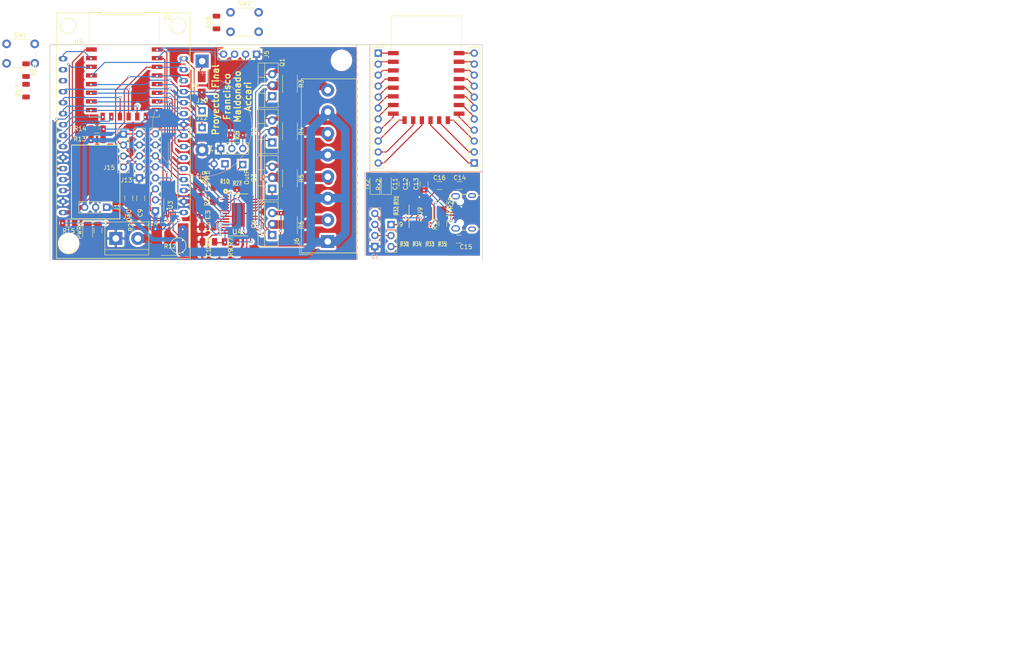
<source format=kicad_pcb>
(kicad_pcb (version 20171130) (host pcbnew 5.1.9-73d0e3b20d~88~ubuntu20.04.1)
  (layers (0 F.Cu signal) (31 B.Cu signal) (34 B.Paste user) (35 F.Paste user) (36 B.SilkS user) (37 F.SilkS user) (38 B.Mask user) (39 F.Mask user) (44 Edge.Cuts user))
  (net 0 "")
  (net 1 "Net-(U4-Pad1)")
  (net 2 "Net-(U4-Pad5)")
  (net 3 "Net-(U2-Pad3)")
  (net 4 GND)
  (net 5 VinS)
  (net 6 DR1)
  (net 7 V5)
  (net 8 "Net-(R10-Pad1)")
  (net 9 "Net-(C4-Pad1)")
  (net 10 "Net-(R1-Pad2)")
  (net 11 "Net-(C3-Pad1)")
  (net 12 "Net-(C2-Pad1)")
  (net 13 "Net-(R7-Pad2)")
  (net 14 VccLED)
  (net 15 SE4)
  (net 16 GD4)
  (net 17 GD3)
  (net 18 SE3)
  (net 19 GD2)
  (net 20 SE2)
  (net 21 GD1)
  (net 22 SE1)
  (net 23 Vin)
  (net 24 DR2)
  (net 25 DR3)
  (net 26 DR4)
  (net 27 RX)
  (net 28 EN_esp)
  (net 29 TX)
  (net 30 RST_esp)
  (net 31 D0)
  (net 32 D1)
  (net 33 "Net-(U2-Pad2)")
  (net 34 D2)
  (net 35 D3)
  (net 36 S3)
  (net 37 D4)
  (net 38 S2)
  (net 39 D6)
  (net 40 D7)
  (net 41 D8)
  (net 42 "Net-(PWR1-Pad1)")
  (net 43 "Net-(R27-Pad2)")
  (net 44 OutP)
  (net 45 ALARM)
  (net 46 A0)
  (net 47 S1)
  (net 48 SC)
  (net 49 S0)
  (net 50 SK)
  (net 51 "Net-(BT1-Pad1)")
  (net 52 "Net-(R15-Pad2)")
  (net 53 "Net-(J7-Pad1)")
  (net 54 "Net-(J7-Pad2)")
  (net 55 "Net-(J7-Pad3)")
  (net 56 "Net-(J7-Pad4)")
  (net 57 "Net-(J7-Pad5)")
  (net 58 "Net-(J7-Pad6)")
  (net 59 "Net-(J7-Pad7)")
  (net 60 "Net-(J7-Pad8)")
  (net 61 "Net-(J7-Pad9)")
  (net 62 "Net-(J7-Pad10)")
  (net 63 "Net-(J7-Pad11)")
  (net 64 "Net-(J8-Pad11)")
  (net 65 "Net-(J8-Pad10)")
  (net 66 "Net-(J8-Pad9)")
  (net 67 "Net-(J8-Pad8)")
  (net 68 "Net-(J8-Pad7)")
  (net 69 "Net-(J8-Pad6)")
  (net 70 "Net-(J8-Pad5)")
  (net 71 "Net-(J8-Pad4)")
  (net 72 "Net-(J8-Pad3)")
  (net 73 "Net-(J8-Pad2)")
  (net 74 "Net-(J8-Pad1)")
  (net 75 "Net-(C11-Pad1)")
  (net 76 GND2)
  (net 77 "Net-(C14-Pad1)")
  (net 78 "Net-(C15-Pad1)")
  (net 79 "Net-(C16-Pad1)")
  (net 80 "Net-(J2-Pad4)")
  (net 81 "Net-(J11-Pad4)")
  (net 82 "Net-(R11-Pad1)")
  (net 83 "Net-(R28-Pad1)")
  (net 84 "Net-(R31-Pad2)")
  (net 85 "Net-(R31-Pad1)")
  (net 86 "Net-(R32-Pad1)")
  (net 87 "Net-(R32-Pad2)")
  (net 88 "Net-(U9-Pad7)")
  (net 89 "Net-(J2-Pad2)")
  (net 90 "Net-(J2-Pad3)")
  (net 91 "Net-(R34-Pad2)")
  (net 92 "Net-(R35-Pad2)")
  (net 93 "Net-(U9-Pad16)")
  (net 94 THR)
  (module Resistor_SMD:R_1206_3216Metric (layer F.Cu) (at 124.5772 86.969 180)
    (fp_text reference R7 (at -0.0606 -0.0006 270) (layer F.SilkS))
    (fp_text value 10k)
    (pad 1 smd roundrect (at -1.4 0 180) (size 1.25 1.75) (layers F.Cu F.Paste F.Mask) (roundrect_rratio 0.2) (net 23 Vin))
    (pad 2 smd roundrect (at 1.4 0 180) (size 1.25 1.75) (layers F.Cu F.Paste F.Mask) (roundrect_rratio 0.2) (net 13 "Net-(R7-Pad2)"))
  )
  (module Battery:BatteryHolder_Keystone_103_1x20mm (layer B.Cu) (at 118.0026 45.1976 270)
    (fp_text reference BT1 (at 0 4.3 270) (layer B.SilkS) (effects (justify mirror)))
    (fp_text value Battery_Cell)
    (fp_text user + (at 2.75 0 270) (layer B.SilkS) (effects (font (size 1.5 1.5)) (justify mirror)))
    (pad 2 thru_hole circle (at 20.49 0 270) (size 3 3) (drill 1.5) (layers *.Cu *.Mask) (net 4 GND))
    (pad 1 thru_hole rect (at 0 0 270) (size 3 3) (drill 1.5) (layers *.Cu *.Mask) (net 51 "Net-(BT1-Pad1)"))
  )
  (module nodemcu:DIP-30_1098_ELL (layer F.Cu) (at 99.7966 62.4078 270)
    (fp_text reference U2 (at -27.38768 -10.213297) (layer F.SilkS))
    (fp_text value Nodemcuv_3)
    (pad 15 thru_hole oval (at 17.78 13.95 270) (size 1.2 2) (drill 0.8) (layers *.Cu *.Mask) (net 7 V5))
    (pad 16 thru_hole oval (at 17.78 -13.95 270) (size 1.2 2) (drill 0.8) (layers *.Cu *.Mask) (net 52 "Net-(R15-Pad2)"))
    (pad 14 thru_hole oval (at 15.24 13.95 270) (size 1.2 2) (drill 0.8) (layers *.Cu *.Mask) (net 4 GND))
    (pad 17 thru_hole oval (at 15.24 -13.95 270) (size 1.2 2) (drill 0.8) (layers *.Cu *.Mask) (net 4 GND))
    (pad 13 thru_hole oval (at 12.7 13.95 270) (size 1.2 2) (drill 0.8) (layers *.Cu *.Mask) (net 30 RST_esp))
    (pad 18 thru_hole oval (at 12.7 -13.95 270) (size 1.2 2) (drill 0.8) (layers *.Cu *.Mask) (net 29 TX))
    (pad 12 thru_hole oval (at 10.16 13.95 270) (size 1.2 2) (drill 0.8) (layers *.Cu *.Mask) (net 28 EN_esp))
    (pad 19 thru_hole oval (at 10.16 -13.95 270) (size 1.2 2) (drill 0.8) (layers *.Cu *.Mask) (net 27 RX))
    (pad 11 thru_hole oval (at 7.62 13.95 270) (size 1.2 2) (drill 0.8) (layers *.Cu *.Mask) (net 52 "Net-(R15-Pad2)"))
    (pad 20 thru_hole oval (at 7.62 -13.95 270) (size 1.2 2) (drill 0.8) (layers *.Cu *.Mask) (net 41 D8))
    (pad 10 thru_hole oval (at 5.08 13.95 270) (size 1.2 2) (drill 0.8) (layers *.Cu *.Mask) (net 4 GND))
    (pad 21 thru_hole oval (at 5.08 -13.95 270) (size 1.2 2) (drill 0.8) (layers *.Cu *.Mask) (net 40 D7))
    (pad 9 thru_hole oval (at 2.54 13.95 270) (size 1.2 2) (drill 0.8) (layers *.Cu *.Mask) (net 50 SK))
    (pad 22 thru_hole oval (at 2.54 -13.95 270) (size 1.2 2) (drill 0.8) (layers *.Cu *.Mask) (net 39 D6))
    (pad 8 thru_hole oval (at 0 13.95 270) (size 1.2 2) (drill 0.8) (layers *.Cu *.Mask) (net 49 S0))
    (pad 23 thru_hole oval (at 0 -13.95 270) (size 1.2 2) (drill 0.8) (layers *.Cu *.Mask) (net 45 ALARM))
    (pad 7 thru_hole oval (at -2.54 13.95 270) (size 1.2 2) (drill 0.8) (layers *.Cu *.Mask) (net 48 SC))
    (pad 24 thru_hole oval (at -2.54 -13.95 270) (size 1.2 2) (drill 0.8) (layers *.Cu *.Mask) (net 4 GND))
    (pad 6 thru_hole oval (at -5.08 13.95 270) (size 1.2 2) (drill 0.8) (layers *.Cu *.Mask) (net 47 S1))
    (pad 25 thru_hole oval (at -5.08 -13.95 270) (size 1.2 2) (drill 0.8) (layers *.Cu *.Mask) (net 52 "Net-(R15-Pad2)"))
    (pad 5 thru_hole oval (at -7.62 13.95 270) (size 1.2 2) (drill 0.8) (layers *.Cu *.Mask) (net 38 S2))
    (pad 26 thru_hole oval (at -7.62 -13.95 270) (size 1.2 2) (drill 0.8) (layers *.Cu *.Mask) (net 37 D4))
    (pad 4 thru_hole oval (at -10.16 13.95 270) (size 1.2 2) (drill 0.8) (layers *.Cu *.Mask) (net 36 S3))
    (pad 27 thru_hole oval (at -10.16 -13.95 270) (size 1.2 2) (drill 0.8) (layers *.Cu *.Mask) (net 35 D3))
    (pad 3 thru_hole oval (at -12.7 13.95 270) (size 1.2 2) (drill 0.8) (layers *.Cu *.Mask) (net 3 "Net-(U2-Pad3)"))
    (pad 28 thru_hole oval (at -12.7 -13.95 270) (size 1.2 2) (drill 0.8) (layers *.Cu *.Mask) (net 34 D2))
    (pad 2 thru_hole oval (at -15.24 13.95 270) (size 1.2 2) (drill 0.8) (layers *.Cu *.Mask) (net 33 "Net-(U2-Pad2)"))
    (pad 29 thru_hole oval (at -15.24 -13.95 270) (size 1.2 2) (drill 0.8) (layers *.Cu *.Mask) (net 32 D1))
    (pad 1 thru_hole oval (at -17.78 13.95 270) (size 1.2 2) (drill 0.8) (layers *.Cu *.Mask) (net 46 A0))
    (pad 30 thru_hole oval (at -17.78 -13.95 270) (size 1.2 2) (drill 0.8) (layers *.Cu *.Mask) (net 31 D0))
  )
  (module LED_SMD:LED_1206_3216Metric (layer F.Cu) (at 91.5416 84.331 270)
    (fp_text reference PWR1 (at 0 1.9 90) (layer F.SilkS))
    (fp_text value LED)
    (pad 1 smd roundrect (at -1.4 0 270) (size 1.25 1.75) (layers F.Cu F.Paste F.Mask) (roundrect_rratio 0.2) (net 42 "Net-(PWR1-Pad1)"))
    (pad 2 smd roundrect (at 1.4 0 270) (size 1.25 1.75) (layers F.Cu F.Paste F.Mask) (roundrect_rratio 0.2) (net 7 V5))
  )
  (module Connector_PinHeader_2.54mm:PinHeader_1x04_P2.54mm_Vertical (layer F.Cu) (at 130.5814 43.5864 270)
    (fp_text reference J5 (at 0 -2.33 90) (layer F.SilkS))
    (fp_text value Conn_01x04)
    (pad 1 thru_hole rect (at 0 0 270) (size 1.7 1.7) (drill 1) (layers *.Cu *.Mask) (net 4 GND))
    (pad 2 thru_hole oval (at 0 2.54 270) (size 1.7 1.7) (drill 1) (layers *.Cu *.Mask) (net 7 V5))
    (pad 3 thru_hole oval (at 0 5.08 270) (size 1.7 1.7) (drill 1) (layers *.Cu *.Mask) (net 27 RX))
    (pad 4 thru_hole oval (at 0 7.62 270) (size 1.7 1.7) (drill 1) (layers *.Cu *.Mask) (net 29 TX))
  )
  (module USERPKG:bujero (layer F.Cu) (at 155.3052 91.167254)
    (fp_text reference REF** hide)
    (fp_text value bujero hide)
    (pad "" np_thru_hole circle (at -0.67 -1.99) (size 1 1) (drill 1) (layers *.Cu *.Mask))
  )
  (module USERPKG:bujero (layer F.Cu) (at 155.3052 89.497528)
    (fp_text reference REF** hide)
    (fp_text value bujero hide)
    (pad "" np_thru_hole circle (at -0.67 -1.99) (size 1 1) (drill 1) (layers *.Cu *.Mask))
  )
  (module USERPKG:bujero (layer F.Cu) (at 155.3052 87.827802)
    (fp_text reference REF** hide)
    (fp_text value bujero hide)
    (pad "" np_thru_hole circle (at -0.67 -1.99) (size 1 1) (drill 1) (layers *.Cu *.Mask))
  )
  (module USERPKG:bujero (layer F.Cu) (at 155.3052 86.158076)
    (fp_text reference REF** hide)
    (fp_text value bujero hide)
    (pad "" np_thru_hole circle (at -0.67 -1.99) (size 1 1) (drill 1) (layers *.Cu *.Mask))
  )
  (module USERPKG:bujero (layer F.Cu) (at 155.3052 84.48835)
    (fp_text reference REF** hide)
    (fp_text value bujero hide)
    (pad "" np_thru_hole circle (at -0.67 -1.99) (size 1 1) (drill 1) (layers *.Cu *.Mask))
  )
  (module USERPKG:bujero (layer F.Cu) (at 155.3052 82.818624)
    (fp_text reference REF** hide)
    (fp_text value bujero hide)
    (pad "" np_thru_hole circle (at -0.67 -1.99) (size 1 1) (drill 1) (layers *.Cu *.Mask))
  )
  (module USERPKG:bujero (layer F.Cu) (at 155.3052 81.148898)
    (fp_text reference REF** hide)
    (fp_text value bujero hide)
    (pad "" np_thru_hole circle (at -0.67 -1.99) (size 1 1) (drill 1) (layers *.Cu *.Mask))
  )
  (module USERPKG:bujero (layer F.Cu) (at 155.3052 79.479172)
    (fp_text reference REF** hide)
    (fp_text value bujero hide)
    (pad "" np_thru_hole circle (at -0.67 -1.99) (size 1 1) (drill 1) (layers *.Cu *.Mask))
  )
  (module USERPKG:bujero (layer F.Cu) (at 155.3052 77.809446)
    (fp_text reference REF** hide)
    (fp_text value bujero hide)
    (pad "" np_thru_hole circle (at -0.67 -1.99) (size 1 1) (drill 1) (layers *.Cu *.Mask))
  )
  (module USERPKG:bujero (layer F.Cu) (at 155.3052 76.13972)
    (fp_text reference REF** hide)
    (fp_text value bujero hide)
    (pad "" np_thru_hole circle (at -0.67 -1.99) (size 1 1) (drill 1) (layers *.Cu *.Mask))
  )
  (module USERPKG:bujero (layer F.Cu) (at 155.3052 74.469994)
    (fp_text reference REF** hide)
    (fp_text value bujero hide)
    (pad "" np_thru_hole circle (at -0.67 -1.99) (size 1 1) (drill 1) (layers *.Cu *.Mask))
  )
  (module USERPKG:bujero (layer F.Cu) (at 155.3052 72.800268)
    (fp_text reference REF** hide)
    (fp_text value bujero hide)
    (pad "" np_thru_hole circle (at -0.67 -1.99) (size 1 1) (drill 1) (layers *.Cu *.Mask))
  )
  (module USERPKG:bujero (layer F.Cu) (at 155.3052 71.130542)
    (fp_text reference REF** hide)
    (fp_text value bujero hide)
    (pad "" np_thru_hole circle (at -0.67 -1.99) (size 1 1) (drill 1) (layers *.Cu *.Mask))
  )
  (module USERPKG:bujero (layer F.Cu) (at 155.3052 67.79109)
    (fp_text reference REF** hide)
    (fp_text value bujero hide)
    (pad "" np_thru_hole circle (at -0.67 -1.99) (size 1 1) (drill 1) (layers *.Cu *.Mask))
  )
  (module USERPKG:bujero (layer F.Cu) (at 155.3052 69.460816)
    (fp_text reference REF** hide)
    (fp_text value bujero hide)
    (pad "" np_thru_hole circle (at -0.67 -1.99) (size 1 1) (drill 1) (layers *.Cu *.Mask))
  )
  (module USERPKG:bujero (layer F.Cu) (at 155.3052 66.121364)
    (fp_text reference REF** hide)
    (fp_text value bujero hide)
    (pad "" np_thru_hole circle (at -0.67 -1.99) (size 1 1) (drill 1) (layers *.Cu *.Mask))
  )
  (module USERPKG:bujero (layer F.Cu) (at 155.3052 64.451638)
    (fp_text reference REF** hide)
    (fp_text value bujero hide)
    (pad "" np_thru_hole circle (at -0.67 -1.99) (size 1 1) (drill 1) (layers *.Cu *.Mask))
  )
  (module USERPKG:bujero (layer F.Cu) (at 155.3052 62.781912)
    (fp_text reference REF** hide)
    (fp_text value bujero hide)
    (pad "" np_thru_hole circle (at -0.67 -1.99) (size 1 1) (drill 1) (layers *.Cu *.Mask))
  )
  (module USERPKG:bujero (layer F.Cu) (at 155.3052 61.112186)
    (fp_text reference REF** hide)
    (fp_text value bujero hide)
    (pad "" np_thru_hole circle (at -0.67 -1.99) (size 1 1) (drill 1) (layers *.Cu *.Mask))
  )
  (module USERPKG:bujero (layer F.Cu) (at 155.3052 59.44246)
    (fp_text reference REF** hide)
    (fp_text value bujero hide)
    (pad "" np_thru_hole circle (at -0.67 -1.99) (size 1 1) (drill 1) (layers *.Cu *.Mask))
  )
  (module USERPKG:bujero (layer F.Cu) (at 155.3052 57.772734)
    (fp_text reference REF** hide)
    (fp_text value bujero hide)
    (pad "" np_thru_hole circle (at -0.67 -1.99) (size 1 1) (drill 1) (layers *.Cu *.Mask))
  )
  (module USERPKG:bujero (layer F.Cu) (at 155.3052 56.103008)
    (fp_text reference REF** hide)
    (fp_text value bujero hide)
    (pad "" np_thru_hole circle (at -0.67 -1.99) (size 1 1) (drill 1) (layers *.Cu *.Mask))
  )
  (module USERPKG:bujero (layer F.Cu) (at 155.3052 54.433282)
    (fp_text reference REF** hide)
    (fp_text value bujero hide)
    (pad "" np_thru_hole circle (at -0.67 -1.99) (size 1 1) (drill 1) (layers *.Cu *.Mask))
  )
  (module USERPKG:bujero (layer F.Cu) (at 155.3052 52.763556)
    (fp_text reference REF** hide)
    (fp_text value bujero hide)
    (pad "" np_thru_hole circle (at -0.67 -1.99) (size 1 1) (drill 1) (layers *.Cu *.Mask))
  )
  (module USERPKG:bujero (layer F.Cu) (at 155.3052 51.09383)
    (fp_text reference REF** hide)
    (fp_text value bujero hide)
    (pad "" np_thru_hole circle (at -0.67 -1.99) (size 1 1) (drill 1) (layers *.Cu *.Mask))
  )
  (module USERPKG:bujero (layer F.Cu) (at 155.3052 49.424104)
    (fp_text reference REF** hide)
    (fp_text value bujero hide)
    (pad "" np_thru_hole circle (at -0.67 -1.99) (size 1 1) (drill 1) (layers *.Cu *.Mask))
  )
  (module USERPKG:bujero (layer F.Cu) (at 155.3052 47.754378)
    (fp_text reference REF** hide)
    (fp_text value bujero hide)
    (pad "" np_thru_hole circle (at -0.67 -1.99) (size 1 1) (drill 1) (layers *.Cu *.Mask))
  )
  (module USERPKG:bujero (layer F.Cu) (at 155.3052 46.084652)
    (fp_text reference REF** hide)
    (fp_text value bujero hide)
    (pad "" np_thru_hole circle (at -0.67 -1.99) (size 1 1) (drill 1) (layers *.Cu *.Mask))
  )
  (module USERPKG:bujero (layer F.Cu) (at 155.3052 44.414926)
    (fp_text reference REF** hide)
    (fp_text value bujero hide)
    (pad "" np_thru_hole circle (at -0.67 -1.99) (size 1 1) (drill 1) (layers *.Cu *.Mask))
  )
  (module "" (layer F.Cu) (at 155.321 42.0878)
    (fp_text reference "" (at 152.4762 35.2298) (layer F.SilkS) (effects (font (size 1.27 1.27))))
    (fp_text value "" (at 152.4762 35.2298) (layer F.SilkS) (effects (font (size 1.27 1.27))))
  )
  (module "" (layer F.Cu) (at 155.2956 44.6786)
    (fp_text reference "" (at 152.4762 35.2298) (layer F.SilkS) (effects (font (size 1.27 1.27))))
    (fp_text value "" (at 152.4762 35.2298) (layer F.SilkS) (effects (font (size 1.27 1.27))))
  )
  (module "" (layer F.Cu) (at 128.8796 73.5584)
    (fp_text reference "" (at 177.2666 88.903) (layer F.SilkS) (effects (font (size 1.27 1.27))))
    (fp_text value "" (at 177.2666 88.903) (layer F.SilkS) (effects (font (size 1.27 1.27))))
  )
  (module "" (layer F.Cu) (at 122.6312 92.837)
    (fp_text reference "" (at 177.2666 88.903) (layer F.SilkS) (effects (font (size 1.27 1.27))))
    (fp_text value "" (at 177.2666 88.903) (layer F.SilkS) (effects (font (size 1.27 1.27))))
  )
  (module LED_SMD:LED_1206_3216Metric (layer F.Cu) (at 160.5788 73.7332 90)
    (fp_text reference Rx2 (at 0 -1.82 90) (layer F.SilkS))
    (fp_text value LED)
    (pad 1 smd roundrect (at -1.4 0 90) (size 1.25 1.75) (layers F.Cu F.Paste F.Mask) (roundrect_rratio 0.2) (net 85 "Net-(R31-Pad1)"))
    (pad 2 smd roundrect (at 1.4 0 90) (size 1.25 1.75) (layers F.Cu F.Paste F.Mask) (roundrect_rratio 0.2) (net 79 "Net-(C16-Pad1)"))
  )
  (module Connector_PinHeader_2.54mm:PinHeader_1x03_P2.54mm_Vertical (layer F.Cu) (at 161.671 82.9818)
    (fp_text reference J9 (at 1.9304 -0.0254) (layer F.SilkS))
    (fp_text value Conn_01x03)
    (pad 1 thru_hole rect (at 0 0) (size 1.7 1.7) (drill 1) (layers *.Cu *.Mask) (net 75 "Net-(C11-Pad1)"))
    (pad 2 thru_hole oval (at 0 2.54) (size 1.7 1.7) (drill 1) (layers *.Cu *.Mask) (net 89 "Net-(J2-Pad2)"))
    (pad 3 thru_hole oval (at 0 5.08) (size 1.7 1.7) (drill 1) (layers *.Cu *.Mask) (net 79 "Net-(C16-Pad1)"))
  )
  (module nodemcu:R_2816 (layer F.Cu) (at 110.5526 86.2838 180)
    (fp_text reference R12 (at -0.05 -1.7) (layer F.SilkS))
    (fp_text value 270)
    (pad 2 smd rect (at 3.05 0 180) (size 2.45 7.19) (layers F.Cu F.Paste F.Mask) (net 5 VinS))
    (pad 1 smd rect (at -3.05 0 180) (size 2.45 7.19) (layers F.Cu F.Paste F.Mask) (net 23 Vin))
  )
  (module Connector_PinHeader_2.54mm:PinHeader_1x03_P2.54mm_Vertical (layer F.Cu) (at 122.3226 65.3976 90)
    (fp_text reference J4 (at 0 -2.33 90) (layer F.SilkS))
    (fp_text value Conn_01x03)
    (pad 1 thru_hole rect (at 0 0 90) (size 1.7 1.7) (drill 1) (layers *.Cu *.Mask) (net 4 GND))
    (pad 2 thru_hole oval (at 0 2.54 90) (size 1.7 1.7) (drill 1) (layers *.Cu *.Mask) (net 35 D3))
    (pad 3 thru_hole oval (at 0 5.08 90) (size 1.7 1.7) (drill 1) (layers *.Cu *.Mask) (net 7 V5))
  )
  (module Resistor_SMD:R_1206_3216Metric (layer F.Cu) (at 126.0026 62.2976 180)
    (fp_text reference R26 (at -0.0576 0.0168 90) (layer F.SilkS) (effects (font (size 1 0.6))))
    (fp_text value 4.7k)
    (pad 1 smd roundrect (at -1.4 0 180) (size 1.25 1.75) (layers F.Cu F.Paste F.Mask) (roundrect_rratio 0.2) (net 7 V5))
    (pad 2 smd roundrect (at 1.4 0 180) (size 1.25 1.75) (layers F.Cu F.Paste F.Mask) (roundrect_rratio 0.2) (net 35 D3))
  )
  (module Mounting_Holes:MountingHole_3mm (layer F.Cu) (at 150.2156 45.0088 180)
    (fp_text reference REF** hide)
    (fp_text value MountingHole_3mm)
    (pad 1 np_thru_hole circle (at 0 0 180) (size 3 3) (drill 3) (layers *.Cu *.Mask))
  )
  (module Resistor_SMD:R_1206_3216Metric (layer F.Cu) (at 87.1504 82.6262 180)
    (fp_text reference R15 (at 0 -1.82) (layer F.SilkS))
    (fp_text value 0.001)
    (pad 1 smd roundrect (at -1.4 0 180) (size 1.25 1.75) (layers F.Cu F.Paste F.Mask) (roundrect_rratio 0.2) (net 7 V5))
    (pad 2 smd roundrect (at 1.4 0 180) (size 1.25 1.75) (layers F.Cu F.Paste F.Mask) (roundrect_rratio 0.2) (net 52 "Net-(R15-Pad2)"))
  )
  (module Connector_PinHeader_2.54mm:PinHeader_1x05_P2.54mm_Vertical (layer F.Cu) (at 103.5026 72.1776 180)
    (fp_text reference J13 (at 3 -0.52) (layer F.SilkS))
    (fp_text value Conn_01x05)
    (pad 1 thru_hole rect (at 0 0 180) (size 1.7 1.7) (drill 1) (layers *.Cu *.Mask) (net 4 GND))
    (pad 2 thru_hole oval (at 0 2.54 180) (size 1.7 1.7) (drill 1) (layers *.Cu *.Mask) (net 32 D1))
    (pad 3 thru_hole oval (at 0 5.08 180) (size 1.7 1.7) (drill 1) (layers *.Cu *.Mask) (net 34 D2))
    (pad 4 thru_hole oval (at 0 7.62 180) (size 1.7 1.7) (drill 1) (layers *.Cu *.Mask) (net 4 GND))
    (pad 5 thru_hole oval (at 0 10.16 180) (size 1.7 1.7) (drill 1) (layers *.Cu *.Mask) (net 7 V5))
  )
  (module Package_SO:VSSOP-10_3x3mm_P0.5mm (layer F.Cu) (at 110.7694 78.4254 270)
    (fp_text reference U3 (at 0 0.1 90) (layer F.SilkS))
    (fp_text value INA226)
    (pad 1 smd roundrect (at -2.2 -1 270) (size 1.45 0.3) (layers F.Cu F.Paste F.Mask) (net 4 GND))
    (pad 2 smd roundrect (at -2.2 -0.5 270) (size 1.45 0.3) (layers F.Cu F.Paste F.Mask) (net 4 GND))
    (pad 3 smd roundrect (at -2.2 0 270) (size 1.45 0.3) (layers F.Cu F.Paste F.Mask) (net 45 ALARM))
    (pad 4 smd roundrect (at -2.2 0.5 270) (size 1.45 0.3) (layers F.Cu F.Paste F.Mask) (net 32 D1))
    (pad 5 smd roundrect (at -2.2 1 270) (size 1.45 0.3) (layers F.Cu F.Paste F.Mask) (net 34 D2))
    (pad 6 smd roundrect (at 2.2 1 270) (size 1.45 0.3) (layers F.Cu F.Paste F.Mask) (net 7 V5))
    (pad 7 smd roundrect (at 2.2 0.5 270) (size 1.45 0.3) (layers F.Cu F.Paste F.Mask) (net 4 GND))
    (pad 8 smd roundrect (at 2.2 0 270) (size 1.45 0.3) (layers F.Cu F.Paste F.Mask) (net 5 VinS))
    (pad 9 smd roundrect (at 2.2 -0.5 270) (size 1.45 0.3) (layers F.Cu F.Paste F.Mask) (net 23 Vin))
    (pad 10 smd roundrect (at 2.2 -1 270) (size 1.45 0.3) (layers F.Cu F.Paste F.Mask) (net 5 VinS))
  )
  (module Connector_PinHeader_2.54mm:PinHeader_1x08_P2.54mm_Vertical (layer F.Cu) (at 107.2026 79.7976 180)
    (fp_text reference J14 (at 0.7 -2.9) (layer F.SilkS))
    (fp_text value Conn_01x08)
    (pad 1 thru_hole rect (at 0 0 180) (size 1.7 1.7) (drill 1) (layers *.Cu *.Mask) (net 5 VinS))
    (pad 2 thru_hole oval (at 0 2.54 180) (size 1.7 1.7) (drill 1) (layers *.Cu *.Mask) (net 23 Vin))
    (pad 3 thru_hole oval (at 0 5.08 180) (size 1.7 1.7) (drill 1) (layers *.Cu *.Mask) (net 5 VinS))
    (pad 4 thru_hole oval (at 0 7.62 180) (size 1.7 1.7) (drill 1) (layers *.Cu *.Mask) (net 45 ALARM))
    (pad 5 thru_hole oval (at 0 10.16 180) (size 1.7 1.7) (drill 1) (layers *.Cu *.Mask) (net 32 D1))
    (pad 6 thru_hole oval (at 0 12.7 180) (size 1.7 1.7) (drill 1) (layers *.Cu *.Mask) (net 34 D2))
    (pad 7 thru_hole oval (at 0 15.24 180) (size 1.7 1.7) (drill 1) (layers *.Cu *.Mask) (net 4 GND))
    (pad 8 thru_hole oval (at 0 17.78 180) (size 1.7 1.7) (drill 1) (layers *.Cu *.Mask) (net 7 V5))
  )
  (module Connector_PinHeader_2.54mm:PinHeader_1x04_P2.54mm_Vertical (layer F.Cu) (at 99.8026 62.0576)
    (fp_text reference J15 (at -3.3 7.74) (layer F.SilkS))
    (fp_text value Conn_01x04)
    (pad 1 thru_hole rect (at 0 0) (size 1.7 1.7) (drill 1) (layers *.Cu *.Mask) (net 7 V5))
    (pad 2 thru_hole oval (at 0 2.54) (size 1.7 1.7) (drill 1) (layers *.Cu *.Mask) (net 32 D1))
    (pad 3 thru_hole oval (at 0 5.08) (size 1.7 1.7) (drill 1) (layers *.Cu *.Mask) (net 4 GND))
    (pad 4 thru_hole oval (at 0 7.62) (size 1.7 1.7) (drill 1) (layers *.Cu *.Mask) (net 34 D2))
  )
  (module Pin_Headers:Pin_Header_Angled_1x02_Pitch2.54mm (layer F.Cu) (at 123.2916 68.9356 270)
    (fp_text reference TH1 hide)
    (fp_text value Thermistor_NTC)
    (pad 2 thru_hole oval (at 0 2.54 270) (size 1.7 1.7) (drill 1) (layers *.Cu *.Mask) (net 4 GND))
    (pad 1 thru_hole rect (at 0 0 270) (size 1.7 1.7) (drill 1) (layers *.Cu *.Mask) (net 94 THR))
  )
  (module Pin_Headers:Pin_Header_Straight_1x03_Pitch2.54mm (layer F.Cu) (at 95.9176 78.9796 270)
    (fp_text reference J1 (at 0 -2.33 90) (layer F.SilkS))
    (fp_text value Conn_01x03)
    (pad 3 thru_hole oval (at 0 5.08 270) (size 1.7 1.7) (drill 1) (layers *.Cu *.Mask) (net 7 V5))
    (pad 2 thru_hole oval (at 0 2.54 270) (size 1.7 1.7) (drill 1) (layers *.Cu *.Mask) (net 4 GND))
    (pad 1 thru_hole rect (at 0 0 270) (size 1.7 1.7) (drill 1) (layers *.Cu *.Mask) (net 23 Vin))
  )
  (module Mounting_Holes:MountingHole_3mm (layer F.Cu) (at 87.1474 87.3252 180)
    (fp_text reference REF** hide)
    (fp_text value MountingHole_3mm)
    (pad 1 np_thru_hole circle (at 0 0 180) (size 3 3) (drill 3) (layers *.Cu *.Mask))
  )
  (module Pin_Headers:Pin_Header_Straight_1x01_Pitch2.54mm (layer F.Cu) (at 127.4026 69.0976 270)
    (fp_text reference OutP (at 2.886 -0.9182 90) (layer F.SilkS))
    (fp_text value Pin_Header_Straight_1x01_Pitch2.54mm)
    (pad 1 thru_hole rect (at 0 0 270) (size 1.7 1.7) (drill 1) (layers *.Cu *.Mask) (net 44 OutP))
  )
  (module LM3464AMH_NOPB:SOP65P640X110-29N (layer F.Cu) (at 126.3781 80.7331)
    (fp_text reference U4 (at -0.2671 3.9251) (layer F.SilkS) (effects (font (size 1.2 1.2) (thickness 0.2))))
    (fp_text value LM3464AMH_NOPB hide)
    (pad 29 smd rect (at 0 0) (size 2.9972 5.5118) (layers F.Cu F.Paste F.Mask))
    (pad 28 smd rect (at 2.8448 -4.2164 180) (size 1.4224 0.3556) (layers F.Cu F.Paste F.Mask) (net 22 SE1))
    (pad 27 smd rect (at 2.8448 -3.5814 180) (size 1.4224 0.3556) (layers F.Cu F.Paste F.Mask) (net 21 GD1))
    (pad 26 smd rect (at 2.8448 -2.921 180) (size 1.4224 0.3556) (layers F.Cu F.Paste F.Mask) (net 20 SE2))
    (pad 25 smd rect (at 2.8448 -2.286 180) (size 1.4224 0.3556) (layers F.Cu F.Paste F.Mask) (net 19 GD2))
    (pad 24 smd rect (at 2.8448 -1.6256 180) (size 1.4224 0.3556) (layers F.Cu F.Paste F.Mask) (net 18 SE3))
    (pad 23 smd rect (at 2.8448 -0.9652 180) (size 1.4224 0.3556) (layers F.Cu F.Paste F.Mask) (net 17 GD3))
    (pad 22 smd rect (at 2.8448 -0.3302 180) (size 1.4224 0.3556) (layers F.Cu F.Paste F.Mask) (net 4 GND))
    (pad 21 smd rect (at 2.8448 0.3302 180) (size 1.4224 0.3556) (layers F.Cu F.Paste F.Mask) (net 16 GD4))
    (pad 20 smd rect (at 2.8448 0.9652 180) (size 1.4224 0.3556) (layers F.Cu F.Paste F.Mask) (net 15 SE4))
    (pad 19 smd rect (at 2.8448 1.6256 180) (size 1.4224 0.3556) (layers F.Cu F.Paste F.Mask) (net 6 DR1))
    (pad 18 smd rect (at 2.8448 2.286 180) (size 1.4224 0.3556) (layers F.Cu F.Paste F.Mask) (net 24 DR2))
    (pad 17 smd rect (at 2.8448 2.921 180) (size 1.4224 0.3556) (layers F.Cu F.Paste F.Mask) (net 25 DR3))
    (pad 16 smd rect (at 2.8448 3.5814 180) (size 1.4224 0.3556) (layers F.Cu F.Paste F.Mask) (net 26 DR4))
    (pad 15 smd rect (at 2.8448 4.2164 180) (size 1.4224 0.3556) (layers F.Cu F.Paste F.Mask) (net 23 Vin))
    (pad 14 smd rect (at -2.8448 4.2164) (size 1.4224 0.3556) (layers F.Cu F.Paste F.Mask) (net 40 D7))
    (pad 13 smd rect (at -2.8448 3.5814) (size 1.4224 0.3556) (layers F.Cu F.Paste F.Mask) (net 14 VccLED))
    (pad 12 smd rect (at -2.8448 2.921) (size 1.4224 0.3556) (layers F.Cu F.Paste F.Mask) (net 13 "Net-(R7-Pad2)"))
    (pad 11 smd rect (at -2.8448 2.286) (size 1.4224 0.3556) (layers F.Cu F.Paste F.Mask) (net 43 "Net-(R27-Pad2)"))
    (pad 10 smd rect (at -2.8448 1.6256) (size 1.4224 0.3556) (layers F.Cu F.Paste F.Mask) (net 12 "Net-(C2-Pad1)"))
    (pad 9 smd rect (at -2.8448 0.9652) (size 1.4224 0.3556) (layers F.Cu F.Paste F.Mask) (net 11 "Net-(C3-Pad1)"))
    (pad 8 smd rect (at -2.8448 0.3302) (size 1.4224 0.3556) (layers F.Cu F.Paste F.Mask) (net 4 GND))
    (pad 7 smd rect (at -2.8448 -0.3302) (size 1.4224 0.3556) (layers F.Cu F.Paste F.Mask) (net 39 D6))
    (pad 6 smd rect (at -2.8448 -0.9652) (size 1.4224 0.3556) (layers F.Cu F.Paste F.Mask) (net 10 "Net-(R1-Pad2)"))
    (pad 5 smd rect (at -2.8448 -1.6256) (size 1.4224 0.3556) (layers F.Cu F.Paste F.Mask) (net 2 "Net-(U4-Pad5)"))
    (pad 4 smd rect (at -2.8448 -2.286) (size 1.4224 0.3556) (layers F.Cu F.Paste F.Mask) (net 9 "Net-(C4-Pad1)"))
    (pad 3 smd rect (at -2.8448 -2.921) (size 1.4224 0.3556) (layers F.Cu F.Paste F.Mask) (net 8 "Net-(R10-Pad1)"))
    (pad 2 smd rect (at -2.8448 -3.5814) (size 1.4224 0.3556) (layers F.Cu F.Paste F.Mask) (net 37 D4))
    (pad 1 smd rect (at -2.8448 -4.2164) (size 1.4224 0.3556) (layers F.Cu F.Paste F.Mask) (net 1 "Net-(U4-Pad1)"))
  )
  (module Capacitor_SMD:C_1206_3216Metric (layer F.Cu) (at 103.8026 76.8976 270)
    (fp_text reference C9 (at 3.4 0.1 90) (layer F.SilkS))
    (fp_text value 4.7u)
    (pad 1 smd roundrect (at -1.4 0 270) (size 1.25 1.75) (layers F.Cu F.Paste F.Mask) (roundrect_rratio 0.2) (net 7 V5))
    (pad 2 smd roundrect (at 1.4 0 270) (size 1.25 1.75) (layers F.Cu F.Paste F.Mask) (roundrect_rratio 0.2) (net 4 GND))
  )
  (module Capacitor_SMD:C_1206_3216Metric (layer F.Cu) (at 101.0526 76.8976 270)
    (fp_text reference C10 (at 4 -0.05 90) (layer F.SilkS))
    (fp_text value 100n)
    (pad 2 smd roundrect (at 1.4 0 270) (size 1.25 1.75) (layers F.Cu F.Paste F.Mask) (roundrect_rratio 0.2) (net 4 GND))
    (pad 1 smd roundrect (at -1.4 0 270) (size 1.25 1.75) (layers F.Cu F.Paste F.Mask) (roundrect_rratio 0.2) (net 7 V5))
  )
  (module Diode_SMD:D_SMA (layer F.Cu) (at 117.9026 50.7976 270)
    (fp_text reference D5 (at 0.0278 1.596 180) (layer F.SilkS))
    (fp_text value DIODE)
    (pad 1 smd rect (at -2 0 270) (size 2.5 1.8) (layers F.Cu F.Paste F.Mask) (net 51 "Net-(BT1-Pad1)"))
    (pad 2 smd rect (at 2 0 270) (size 2.5 1.8) (layers F.Cu F.Paste F.Mask) (net 7 V5))
  )
  (module Resistor_SMD:R_1206_3216Metric (layer F.Cu) (at 123.3526 73.0476 90)
    (fp_text reference R10 (at 0.05 -0.15 180) (layer F.SilkS) (effects (font (size 1 0.7))))
    (fp_text value R)
    (pad 2 smd roundrect (at 1.4 0 90) (size 1.25 1.75) (layers F.Cu F.Paste F.Mask) (roundrect_rratio 0.2) (net 94 THR))
    (pad 1 smd roundrect (at -1.4 0 90) (size 1.25 1.75) (layers F.Cu F.Paste F.Mask) (roundrect_rratio 0.2) (net 8 "Net-(R10-Pad1)"))
  )
  (module Resistor_SMD:R_1206_3216Metric (layer F.Cu) (at 93.7026 63.2976 180)
    (fp_text reference R13 (at 4 0.1) (layer F.SilkS))
    (fp_text value 10K)
    (pad 2 smd roundrect (at 1.4 0 180) (size 1.25 1.75) (layers F.Cu F.Paste F.Mask) (roundrect_rratio 0.2) (net 7 V5))
    (pad 1 smd roundrect (at -1.4 0 180) (size 1.25 1.75) (layers F.Cu F.Paste F.Mask) (roundrect_rratio 0.2) (net 34 D2))
  )
  (module Resistor_SMD:R_1206_3216Metric (layer F.Cu) (at 93.7026 60.8976 180)
    (fp_text reference R14 (at 3.9 0.1) (layer F.SilkS))
    (fp_text value 10K)
    (pad 1 smd roundrect (at -1.4 0 180) (size 1.25 1.75) (layers F.Cu F.Paste F.Mask) (roundrect_rratio 0.2) (net 32 D1))
    (pad 2 smd roundrect (at 1.4 0 180) (size 1.25 1.75) (layers F.Cu F.Paste F.Mask) (roundrect_rratio 0.2) (net 7 V5))
  )
  (module Resistor_SMD:R_1206_3216Metric (layer F.Cu) (at 93.9292 84.331 90)
    (fp_text reference R24 (at 1.2 7.6 90) (layer F.SilkS))
    (fp_text value 270)
    (pad 1 smd roundrect (at -1.4 0 90) (size 1.25 1.75) (layers F.Cu F.Paste F.Mask) (roundrect_rratio 0.2) (net 4 GND))
    (pad 2 smd roundrect (at 1.4 0 90) (size 1.25 1.75) (layers F.Cu F.Paste F.Mask) (roundrect_rratio 0.2) (net 42 "Net-(PWR1-Pad1)"))
  )
  (module TerminalBlock_Altech:Altech_AK300_1x08_P5.00mm_45-Degree (layer F.Cu) (at 147.0406 86.8934 90)
    (fp_text reference J6 (at 0 -7.2 90) (layer F.SilkS))
    (fp_text value Conn_01x08)
    (pad 1 thru_hole rect (at 0 0 90) (size 3 3) (drill 1.5) (layers *.Cu *.Mask) (net 23 Vin))
    (pad 2 thru_hole circle (at 5 0 90) (size 3 3) (drill 1.5) (layers *.Cu *.Mask) (net 26 DR4))
    (pad 3 thru_hole circle (at 10 0 90) (size 3 3) (drill 1.5) (layers *.Cu *.Mask) (net 23 Vin))
    (pad 4 thru_hole circle (at 15 0 90) (size 3 3) (drill 1.5) (layers *.Cu *.Mask) (net 25 DR3))
    (pad 5 thru_hole circle (at 20 0 90) (size 3 3) (drill 1.5) (layers *.Cu *.Mask) (net 23 Vin))
    (pad 6 thru_hole circle (at 25 0 90) (size 3 3) (drill 1.5) (layers *.Cu *.Mask) (net 24 DR2))
    (pad 7 thru_hole circle (at 30 0 90) (size 3 3) (drill 1.5) (layers *.Cu *.Mask) (net 23 Vin))
    (pad 8 thru_hole circle (at 35 0 90) (size 3 3) (drill 1.5) (layers *.Cu *.Mask) (net 6 DR1))
  )
  (module Resistor_SMD:R_1206_3216Metric (layer F.Cu) (at 124.5518 89.3848)
    (fp_text reference R9 (at 0.0606 0.0486 90) (layer F.SilkS))
    (fp_text value R)
    (pad 1 smd roundrect (at -1.4 0) (size 1.25 1.75) (layers F.Cu F.Paste F.Mask) (roundrect_rratio 0.2) (net 14 VccLED))
    (pad 2 smd roundrect (at 1.4 0) (size 1.25 1.75) (layers F.Cu F.Paste F.Mask) (roundrect_rratio 0.2) (net 8 "Net-(R10-Pad1)"))
  )
  (module Capacitor_SMD:C_1206_3216Metric (layer F.Cu) (at 119.4518 89.3848 180)
    (fp_text reference C1 (at -0.0298 -0.074 90) (layer F.SilkS))
    (fp_text value 1u)
    (pad 1 smd roundrect (at -1.4 0 180) (size 1.25 1.75) (layers F.Cu F.Paste F.Mask) (roundrect_rratio 0.2) (net 14 VccLED))
    (pad 2 smd roundrect (at 1.4 0 180) (size 1.25 1.75) (layers F.Cu F.Paste F.Mask) (roundrect_rratio 0.2) (net 4 GND))
  )
  (module Resistor_SMD:R_1206_3216Metric (layer F.Cu) (at 119.4772 86.969 180)
    (fp_text reference R8 (at -0.0298 -0.0768 90) (layer F.SilkS))
    (fp_text value 1.5k)
    (pad 1 smd roundrect (at -1.4 0 180) (size 1.25 1.75) (layers F.Cu F.Paste F.Mask) (roundrect_rratio 0.2) (net 13 "Net-(R7-Pad2)"))
    (pad 2 smd roundrect (at 1.4 0 180) (size 1.25 1.75) (layers F.Cu F.Paste F.Mask) (roundrect_rratio 0.2) (net 4 GND))
  )
  (module Capacitor_SMD:C_1206_3216Metric (layer F.Cu) (at 119.3026 83.4976 180)
    (fp_text reference C2 (at -0.0266 -0.0684 90) (layer F.SilkS))
    (fp_text value 1u)
    (pad 1 smd roundrect (at -1.4 0 180) (size 1.25 1.75) (layers F.Cu F.Paste F.Mask) (roundrect_rratio 0.2) (net 12 "Net-(C2-Pad1)"))
    (pad 2 smd roundrect (at 1.4 0 180) (size 1.25 1.75) (layers F.Cu F.Paste F.Mask) (roundrect_rratio 0.2) (net 4 GND))
  )
  (module Capacitor_SMD:C_1206_3216Metric (layer F.Cu) (at 119.3026 80.6976 180)
    (fp_text reference C3 (at -0.052 -0.049 90) (layer F.SilkS))
    (fp_text value 2.2n)
    (pad 1 smd roundrect (at -1.4 0 180) (size 1.25 1.75) (layers F.Cu F.Paste F.Mask) (roundrect_rratio 0.2) (net 11 "Net-(C3-Pad1)"))
    (pad 2 smd roundrect (at 1.4 0 180) (size 1.25 1.75) (layers F.Cu F.Paste F.Mask) (roundrect_rratio 0.2) (net 4 GND))
  )
  (module Resistor_SMD:R_1206_3216Metric (layer F.Cu) (at 119.1026 77.5976 180)
    (fp_text reference R2 (at -0.0234 -0.1264 90) (layer F.SilkS))
    (fp_text value 4.7k)
    (pad 1 smd roundrect (at -1.4 0 180) (size 1.25 1.75) (layers F.Cu F.Paste F.Mask) (roundrect_rratio 0.2) (net 10 "Net-(R1-Pad2)"))
    (pad 2 smd roundrect (at 1.4 0 180) (size 1.25 1.75) (layers F.Cu F.Paste F.Mask) (roundrect_rratio 0.2) (net 4 GND))
  )
  (module Capacitor_SMD:C_1206_3216Metric (layer F.Cu) (at 119.2026 74.2976 180)
    (fp_text reference C4 (at -0.0504 -0.0482 90) (layer F.SilkS))
    (fp_text value 1u)
    (pad 1 smd roundrect (at -1.4 0 180) (size 1.25 1.75) (layers F.Cu F.Paste F.Mask) (roundrect_rratio 0.2) (net 9 "Net-(C4-Pad1)"))
    (pad 2 smd roundrect (at 1.4 0 180) (size 1.25 1.75) (layers F.Cu F.Paste F.Mask) (roundrect_rratio 0.2) (net 4 GND))
  )
  (module Resistor_SMD:R_1206_3216Metric (layer F.Cu) (at 119.2026 71.5976 180)
    (fp_text reference R1 (at -0.0504 0.0204 90) (layer F.SilkS))
    (fp_text value 10k)
    (pad 1 smd roundrect (at -1.4 0 180) (size 1.25 1.75) (layers F.Cu F.Paste F.Mask) (roundrect_rratio 0.2) (net 14 VccLED))
    (pad 2 smd roundrect (at 1.4 0 180) (size 1.25 1.75) (layers F.Cu F.Paste F.Mask) (roundrect_rratio 0.2) (net 10 "Net-(R1-Pad2)"))
  )
  (module Resistor_SMD:R_1206_3216Metric (layer F.Cu) (at 126.1026 73.3976 270)
    (fp_text reference R27 (at 0.0592 -0.0338 180) (layer F.SilkS) (effects (font (size 1 0.6))))
    (fp_text value R)
    (pad 2 smd roundrect (at 1.4 0 270) (size 1.25 1.75) (layers F.Cu F.Paste F.Mask) (roundrect_rratio 0.2) (net 43 "Net-(R27-Pad2)"))
    (pad 1 smd roundrect (at -1.4 0 270) (size 1.25 1.75) (layers F.Cu F.Paste F.Mask) (roundrect_rratio 0.2) (net 44 OutP))
  )
  (module Package_TO_SOT_THT:TO-220-3_Vertical (layer F.Cu) (at 134.2026 85.3976 90)
    (fp_text reference Q4 (at 2.54 -4.27 90) (layer F.SilkS))
    (fp_text value Q_NMOS_GDS)
    (pad 1 thru_hole rect (at 0 0 90) (size 1.905 2) (drill 1.1) (layers *.Cu *.Mask) (net 16 GD4))
    (pad 2 thru_hole oval (at 2.54 0 90) (size 1.905 2) (drill 1.1) (layers *.Cu *.Mask) (net 26 DR4))
    (pad 3 thru_hole oval (at 5.08 0 90) (size 1.905 2) (drill 1.1) (layers *.Cu *.Mask) (net 15 SE4))
  )
  (module Resistor_SMD:R_2512_6332Metric (layer F.Cu) (at 138.3026 83.0976 270)
    (fp_text reference R6 (at 0 -2.62 90) (layer F.SilkS))
    (fp_text value 0.2)
    (pad 1 smd roundrect (at -2.9 0 270) (size 1.35 3.35) (layers F.Cu F.Paste F.Mask) (roundrect_rratio 0.185185) (net 15 SE4))
    (pad 2 smd roundrect (at 2.9 0 270) (size 1.35 3.35) (layers F.Cu F.Paste F.Mask) (roundrect_rratio 0.185185) (net 4 GND))
  )
  (module Package_TO_SOT_THT:TO-220-3_Vertical (layer F.Cu) (at 134.2026 53.2976 90)
    (fp_text reference Q1 (at 7.8062 2.297 90) (layer F.SilkS))
    (fp_text value Q_NMOS_GDS)
    (pad 3 thru_hole oval (at 5.08 0 90) (size 1.905 2) (drill 1.1) (layers *.Cu *.Mask) (net 22 SE1))
    (pad 2 thru_hole oval (at 2.54 0 90) (size 1.905 2) (drill 1.1) (layers *.Cu *.Mask) (net 6 DR1))
    (pad 1 thru_hole rect (at 0 0 90) (size 1.905 2) (drill 1.1) (layers *.Cu *.Mask) (net 21 GD1))
  )
  (module Package_TO_SOT_THT:TO-220-3_Vertical (layer F.Cu) (at 134.2026 63.9976 90)
    (fp_text reference Q2 (at 2.54 -4.27 90) (layer F.SilkS))
    (fp_text value Q_NMOS_GDS)
    (pad 1 thru_hole rect (at 0 0 90) (size 1.905 2) (drill 1.1) (layers *.Cu *.Mask) (net 19 GD2))
    (pad 2 thru_hole oval (at 2.54 0 90) (size 1.905 2) (drill 1.1) (layers *.Cu *.Mask) (net 24 DR2))
    (pad 3 thru_hole oval (at 5.08 0 90) (size 1.905 2) (drill 1.1) (layers *.Cu *.Mask) (net 20 SE2))
  )
  (module Package_TO_SOT_THT:TO-220-3_Vertical (layer F.Cu) (at 134.2026 74.6976 90)
    (fp_text reference Q3 (at 2.54 -4.27 90) (layer F.SilkS))
    (fp_text value Q_NMOS_GDS)
    (pad 1 thru_hole rect (at 0 0 90) (size 1.905 2) (drill 1.1) (layers *.Cu *.Mask) (net 17 GD3))
    (pad 2 thru_hole oval (at 2.54 0 90) (size 1.905 2) (drill 1.1) (layers *.Cu *.Mask) (net 25 DR3))
    (pad 3 thru_hole oval (at 5.08 0 90) (size 1.905 2) (drill 1.1) (layers *.Cu *.Mask) (net 18 SE3))
  )
  (module Resistor_SMD:R_2512_6332Metric (layer F.Cu) (at 138.3026 50.3976 270)
    (fp_text reference R3 (at 0 -2.62 90) (layer F.SilkS))
    (fp_text value 0.2)
    (pad 2 smd roundrect (at 2.9 0 270) (size 1.35 3.35) (layers F.Cu F.Paste F.Mask) (roundrect_rratio 0.185185) (net 4 GND))
    (pad 1 smd roundrect (at -2.9 0 270) (size 1.35 3.35) (layers F.Cu F.Paste F.Mask) (roundrect_rratio 0.185185) (net 22 SE1))
  )
  (module Resistor_SMD:R_2512_6332Metric (layer F.Cu) (at 138.3026 61.3976 270)
    (fp_text reference R4 (at 0 -2.62 90) (layer F.SilkS))
    (fp_text value 0.2)
    (pad 1 smd roundrect (at -2.9 0 270) (size 1.35 3.35) (layers F.Cu F.Paste F.Mask) (roundrect_rratio 0.185185) (net 20 SE2))
    (pad 2 smd roundrect (at 2.9 0 270) (size 1.35 3.35) (layers F.Cu F.Paste F.Mask) (roundrect_rratio 0.185185) (net 4 GND))
  )
  (module Resistor_SMD:R_2512_6332Metric (layer F.Cu) (at 138.3026 72.2976 270)
    (fp_text reference R5 (at 0 -2.62 90) (layer F.SilkS))
    (fp_text value 0.2)
    (pad 1 smd roundrect (at -2.9 0 270) (size 1.35 3.35) (layers F.Cu F.Paste F.Mask) (roundrect_rratio 0.185185) (net 18 SE3))
    (pad 2 smd roundrect (at 2.9 0 270) (size 1.35 3.35) (layers F.Cu F.Paste F.Mask) (roundrect_rratio 0.185185) (net 4 GND))
  )
  (module TerminalBlock:TerminalBlock_bornier-2_P5.08mm (layer F.Cu) (at 98.044 86.1822)
    (fp_text reference J3 (at 2.54 -5.08) (layer F.SilkS))
    (fp_text value Conn_01x02)
    (pad 1 thru_hole rect (at 0 0) (size 3 3) (drill 1.52) (layers *.Cu *.Mask) (net 4 GND))
    (pad 2 thru_hole circle (at 5.08 0) (size 3 3) (drill 1.52) (layers *.Cu *.Mask) (net 5 VinS))
  )
  (module RF_Module:ESP-12E (layer F.Cu) (at 100.0026 45.9976)
    (fp_text reference U5 (at -10.56 -5.26) (layer F.SilkS))
    (fp_text value ESP-12E)
    (pad 1 smd rect (at -7.6 -3.5) (size 2.5 1) (layers F.Cu F.Paste F.Mask) (net 30 RST_esp))
    (pad 2 smd rect (at -7.6 -1.5) (size 2.5 1) (layers F.Cu F.Paste F.Mask) (net 46 A0))
    (pad 3 smd rect (at -7.6 0.5) (size 2.5 1) (layers F.Cu F.Paste F.Mask) (net 28 EN_esp))
    (pad 4 smd rect (at -7.6 2.5) (size 2.5 1) (layers F.Cu F.Paste F.Mask) (net 31 D0))
    (pad 5 smd rect (at -7.6 4.5) (size 2.5 1) (layers F.Cu F.Paste F.Mask) (net 45 ALARM))
    (pad 6 smd rect (at -7.6 6.5) (size 2.5 1) (layers F.Cu F.Paste F.Mask) (net 39 D6))
    (pad 7 smd rect (at -7.6 8.5) (size 2.5 1) (layers F.Cu F.Paste F.Mask) (net 40 D7))
    (pad 8 smd rect (at -7.6 10.5) (size 2.5 1) (layers F.Cu F.Paste F.Mask) (net 52 "Net-(R15-Pad2)"))
    (pad 9 smd rect (at -5 12) (size 1 1.8) (layers F.Cu F.Paste F.Mask) (net 48 SC))
    (pad 10 smd rect (at -3 12) (size 1 1.8) (layers F.Cu F.Paste F.Mask) (net 49 S0))
    (pad 11 smd rect (at -1 12) (size 1 1.8) (layers F.Cu F.Paste F.Mask) (net 38 S2))
    (pad 12 smd rect (at 1 12) (size 1 1.8) (layers F.Cu F.Paste F.Mask) (net 36 S3))
    (pad 13 smd rect (at 3 12) (size 1 1.8) (layers F.Cu F.Paste F.Mask) (net 47 S1))
    (pad 14 smd rect (at 5 12) (size 1 1.8) (layers F.Cu F.Paste F.Mask) (net 50 SK))
    (pad 15 smd rect (at 7.6 10.5) (size 2.5 1) (layers F.Cu F.Paste F.Mask) (net 4 GND))
    (pad 16 smd rect (at 7.6 8.5) (size 2.5 1) (layers F.Cu F.Paste F.Mask) (net 41 D8))
    (pad 17 smd rect (at 7.6 6.5) (size 2.5 1) (layers F.Cu F.Paste F.Mask) (net 37 D4))
    (pad 18 smd rect (at 7.6 4.5) (size 2.5 1) (layers F.Cu F.Paste F.Mask) (net 35 D3))
    (pad 19 smd rect (at 7.6 2.5) (size 2.5 1) (layers F.Cu F.Paste F.Mask) (net 34 D2))
    (pad 20 smd rect (at 7.6 0.5) (size 2.5 1) (layers F.Cu F.Paste F.Mask) (net 32 D1))
    (pad 21 smd rect (at 7.6 -1.5) (size 2.5 1) (layers F.Cu F.Paste F.Mask) (net 27 RX))
    (pad 22 smd rect (at 7.6 -3.5) (size 2.5 1) (layers F.Cu F.Paste F.Mask) (net 29 TX))
  )
  (module Connector_PinHeader_2.54mm:PinHeader_1x11_P2.54mm_Vertical (layer F.Cu) (at 158.6994 43.3364)
    (fp_text reference J7 hide)
    (fp_text value Conn_01x11 hide)
    (pad 1 thru_hole rect (at 0 0) (size 1.7 1.7) (drill 1) (layers *.Cu *.Mask) (net 53 "Net-(J7-Pad1)"))
    (pad 2 thru_hole oval (at 0 2.54) (size 1.7 1.7) (drill 1) (layers *.Cu *.Mask) (net 54 "Net-(J7-Pad2)"))
    (pad 3 thru_hole oval (at 0 5.08) (size 1.7 1.7) (drill 1) (layers *.Cu *.Mask) (net 55 "Net-(J7-Pad3)"))
    (pad 4 thru_hole oval (at 0 7.62) (size 1.7 1.7) (drill 1) (layers *.Cu *.Mask) (net 56 "Net-(J7-Pad4)"))
    (pad 5 thru_hole oval (at 0 10.16) (size 1.7 1.7) (drill 1) (layers *.Cu *.Mask) (net 57 "Net-(J7-Pad5)"))
    (pad 6 thru_hole oval (at 0 12.7) (size 1.7 1.7) (drill 1) (layers *.Cu *.Mask) (net 58 "Net-(J7-Pad6)"))
    (pad 7 thru_hole oval (at 0 15.24) (size 1.7 1.7) (drill 1) (layers *.Cu *.Mask) (net 59 "Net-(J7-Pad7)"))
    (pad 8 thru_hole oval (at 0 17.78) (size 1.7 1.7) (drill 1) (layers *.Cu *.Mask) (net 60 "Net-(J7-Pad8)"))
    (pad 9 thru_hole oval (at 0 20.32) (size 1.7 1.7) (drill 1) (layers *.Cu *.Mask) (net 61 "Net-(J7-Pad9)"))
    (pad 10 thru_hole oval (at 0 22.86) (size 1.7 1.7) (drill 1) (layers *.Cu *.Mask) (net 62 "Net-(J7-Pad10)"))
    (pad 11 thru_hole oval (at 0 25.4) (size 1.7 1.7) (drill 1) (layers *.Cu *.Mask) (net 63 "Net-(J7-Pad11)"))
  )
  (module Connector_PinHeader_2.54mm:PinHeader_1x11_P2.54mm_Vertical (layer F.Cu) (at 180.8994 68.7364 180)
    (fp_text reference J8 hide)
    (fp_text value Conn_01x11 hide)
    (pad 11 thru_hole oval (at 0 25.4 180) (size 1.7 1.7) (drill 1) (layers *.Cu *.Mask) (net 64 "Net-(J8-Pad11)"))
    (pad 10 thru_hole oval (at 0 22.86 180) (size 1.7 1.7) (drill 1) (layers *.Cu *.Mask) (net 65 "Net-(J8-Pad10)"))
    (pad 9 thru_hole oval (at 0 20.32 180) (size 1.7 1.7) (drill 1) (layers *.Cu *.Mask) (net 66 "Net-(J8-Pad9)"))
    (pad 8 thru_hole oval (at 0 17.78 180) (size 1.7 1.7) (drill 1) (layers *.Cu *.Mask) (net 67 "Net-(J8-Pad8)"))
    (pad 7 thru_hole oval (at 0 15.24 180) (size 1.7 1.7) (drill 1) (layers *.Cu *.Mask) (net 68 "Net-(J8-Pad7)"))
    (pad 6 thru_hole oval (at 0 12.7 180) (size 1.7 1.7) (drill 1) (layers *.Cu *.Mask) (net 69 "Net-(J8-Pad6)"))
    (pad 5 thru_hole oval (at 0 10.16 180) (size 1.7 1.7) (drill 1) (layers *.Cu *.Mask) (net 70 "Net-(J8-Pad5)"))
    (pad 4 thru_hole oval (at 0 7.62 180) (size 1.7 1.7) (drill 1) (layers *.Cu *.Mask) (net 71 "Net-(J8-Pad4)"))
    (pad 3 thru_hole oval (at 0 5.08 180) (size 1.7 1.7) (drill 1) (layers *.Cu *.Mask) (net 72 "Net-(J8-Pad3)"))
    (pad 2 thru_hole oval (at 0 2.54 180) (size 1.7 1.7) (drill 1) (layers *.Cu *.Mask) (net 73 "Net-(J8-Pad2)"))
    (pad 1 thru_hole rect (at 0 0 180) (size 1.7 1.7) (drill 1) (layers *.Cu *.Mask) (net 74 "Net-(J8-Pad1)"))
  )
  (module RF_Module:ESP-12E (layer F.Cu) (at 169.7994 46.8364)
    (fp_text reference U6 (at -10.56 -5.26) (layer F.SilkS))
    (fp_text value ESP-12E)
    (pad 1 smd rect (at -7.6 -3.5) (size 2.5 1) (layers F.Cu F.Paste F.Mask) (net 53 "Net-(J7-Pad1)"))
    (pad 2 smd rect (at -7.6 -1.5) (size 2.5 1) (layers F.Cu F.Paste F.Mask) (net 54 "Net-(J7-Pad2)"))
    (pad 3 smd rect (at -7.6 0.5) (size 2.5 1) (layers F.Cu F.Paste F.Mask) (net 55 "Net-(J7-Pad3)"))
    (pad 4 smd rect (at -7.6 2.5) (size 2.5 1) (layers F.Cu F.Paste F.Mask) (net 56 "Net-(J7-Pad4)"))
    (pad 5 smd rect (at -7.6 4.5) (size 2.5 1) (layers F.Cu F.Paste F.Mask) (net 57 "Net-(J7-Pad5)"))
    (pad 6 smd rect (at -7.6 6.5) (size 2.5 1) (layers F.Cu F.Paste F.Mask) (net 58 "Net-(J7-Pad6)"))
    (pad 7 smd rect (at -7.6 8.5) (size 2.5 1) (layers F.Cu F.Paste F.Mask) (net 59 "Net-(J7-Pad7)"))
    (pad 8 smd rect (at -7.6 10.5) (size 2.5 1) (layers F.Cu F.Paste F.Mask) (net 60 "Net-(J7-Pad8)"))
    (pad 9 smd rect (at -5 12) (size 1 1.8) (layers F.Cu F.Paste F.Mask) (net 61 "Net-(J7-Pad9)"))
    (pad 10 smd rect (at -3 12) (size 1 1.8) (layers F.Cu F.Paste F.Mask) (net 62 "Net-(J7-Pad10)"))
    (pad 11 smd rect (at -1 12) (size 1 1.8) (layers F.Cu F.Paste F.Mask) (net 63 "Net-(J7-Pad11)"))
    (pad 12 smd rect (at 1 12) (size 1 1.8) (layers F.Cu F.Paste F.Mask) (net 74 "Net-(J8-Pad1)"))
    (pad 13 smd rect (at 3 12) (size 1 1.8) (layers F.Cu F.Paste F.Mask) (net 73 "Net-(J8-Pad2)"))
    (pad 14 smd rect (at 5 12) (size 1 1.8) (layers F.Cu F.Paste F.Mask) (net 72 "Net-(J8-Pad3)"))
    (pad 15 smd rect (at 7.6 10.5) (size 2.5 1) (layers F.Cu F.Paste F.Mask) (net 71 "Net-(J8-Pad4)"))
    (pad 16 smd rect (at 7.6 8.5) (size 2.5 1) (layers F.Cu F.Paste F.Mask) (net 70 "Net-(J8-Pad5)"))
    (pad 17 smd rect (at 7.6 6.5) (size 2.5 1) (layers F.Cu F.Paste F.Mask) (net 69 "Net-(J8-Pad6)"))
    (pad 18 smd rect (at 7.6 4.5) (size 2.5 1) (layers F.Cu F.Paste F.Mask) (net 68 "Net-(J8-Pad7)"))
    (pad 19 smd rect (at 7.6 2.5) (size 2.5 1) (layers F.Cu F.Paste F.Mask) (net 67 "Net-(J8-Pad8)"))
    (pad 20 smd rect (at 7.6 0.5) (size 2.5 1) (layers F.Cu F.Paste F.Mask) (net 66 "Net-(J8-Pad9)"))
    (pad 21 smd rect (at 7.6 -1.5) (size 2.5 1) (layers F.Cu F.Paste F.Mask) (net 65 "Net-(J8-Pad10)"))
    (pad 22 smd rect (at 7.6 -3.5) (size 2.5 1) (layers F.Cu F.Paste F.Mask) (net 64 "Net-(J8-Pad11)"))
  )
  (module Capacitor_SMD:C_1206_3216Metric (layer F.Cu) (at 164.4142 73.5808 90)
    (fp_text reference C11 (at 0 -1.82 90) (layer F.SilkS))
    (fp_text value 4.7u)
    (pad 2 smd roundrect (at 1.4 0 90) (size 1.25 1.75) (layers F.Cu F.Paste F.Mask) (roundrect_rratio 0.2) (net 76 GND2))
    (pad 1 smd roundrect (at -1.4 0 90) (size 1.25 1.75) (layers F.Cu F.Paste F.Mask) (roundrect_rratio 0.2) (net 75 "Net-(C11-Pad1)"))
  )
  (module Capacitor_SMD:C_1206_3216Metric (layer F.Cu) (at 166.8526 73.5808 90)
    (fp_text reference C12 (at 0 -1.82 90) (layer F.SilkS))
    (fp_text value 100n)
    (pad 1 smd roundrect (at -1.4 0 90) (size 1.25 1.75) (layers F.Cu F.Paste F.Mask) (roundrect_rratio 0.2) (net 75 "Net-(C11-Pad1)"))
    (pad 2 smd roundrect (at 1.4 0 90) (size 1.25 1.75) (layers F.Cu F.Paste F.Mask) (roundrect_rratio 0.2) (net 76 GND2))
  )
  (module Capacitor_SMD:C_1206_3216Metric (layer F.Cu) (at 169.291 73.5808 90)
    (fp_text reference C13 (at 0 -1.82 90) (layer F.SilkS))
    (fp_text value 10n)
    (pad 2 smd roundrect (at 1.4 0 90) (size 1.25 1.75) (layers F.Cu F.Paste F.Mask) (roundrect_rratio 0.2) (net 76 GND2))
    (pad 1 smd roundrect (at -1.4 0 90) (size 1.25 1.75) (layers F.Cu F.Paste F.Mask) (roundrect_rratio 0.2) (net 75 "Net-(C11-Pad1)"))
  )
  (module Capacitor_SMD:C_1206_3216Metric (layer F.Cu) (at 177.549 73.9648)
    (fp_text reference C14 (at 0 -1.82) (layer F.SilkS))
    (fp_text value 47p)
    (pad 1 smd roundrect (at -1.4 0) (size 1.25 1.75) (layers F.Cu F.Paste F.Mask) (roundrect_rratio 0.2) (net 77 "Net-(C14-Pad1)"))
    (pad 2 smd roundrect (at 1.4 0) (size 1.25 1.75) (layers F.Cu F.Paste F.Mask) (roundrect_rratio 0.2) (net 76 GND2))
  )
  (module Capacitor_SMD:C_1206_3216Metric (layer F.Cu) (at 177.3966 86.3346)
    (fp_text reference C15 (at 1.5972 1.8034) (layer F.SilkS))
    (fp_text value 47p)
    (pad 1 smd roundrect (at -1.4 0) (size 1.25 1.75) (layers F.Cu F.Paste F.Mask) (roundrect_rratio 0.2) (net 78 "Net-(C15-Pad1)"))
    (pad 2 smd roundrect (at 1.4 0) (size 1.25 1.75) (layers F.Cu F.Paste F.Mask) (roundrect_rratio 0.2) (net 76 GND2))
  )
  (module Capacitor_SMD:C_1206_3216Metric (layer F.Cu) (at 172.8754 73.9648)
    (fp_text reference C16 (at 0 -1.82) (layer F.SilkS))
    (fp_text value 100n)
    (pad 2 smd roundrect (at 1.4 0) (size 1.25 1.75) (layers F.Cu F.Paste F.Mask) (roundrect_rratio 0.2) (net 76 GND2))
    (pad 1 smd roundrect (at -1.4 0) (size 1.25 1.75) (layers F.Cu F.Paste F.Mask) (roundrect_rratio 0.2) (net 79 "Net-(C16-Pad1)"))
  )
  (module Connector_PinHeader_2.54mm:PinHeader_1x04_P2.54mm_Vertical (layer B.Cu) (at 157.9372 88.0364)
    (fp_text reference J2 (at 0 2.33) (layer B.SilkS) (effects (justify mirror)))
    (fp_text value Conn_01x04)
    (pad 1 thru_hole rect (at 0 0) (size 1.7 1.7) (drill 1) (layers *.Cu *.Mask) (net 76 GND2))
    (pad 2 thru_hole oval (at 0 -2.54) (size 1.7 1.7) (drill 1) (layers *.Cu *.Mask) (net 89 "Net-(J2-Pad2)"))
    (pad 3 thru_hole oval (at 0 -5.08) (size 1.7 1.7) (drill 1) (layers *.Cu *.Mask) (net 90 "Net-(J2-Pad3)"))
    (pad 4 thru_hole oval (at 0 -7.62) (size 1.7 1.7) (drill 1) (layers *.Cu *.Mask) (net 80 "Net-(J2-Pad4)"))
  )
  (module Connector_USB:USB_Micro-B_Wuerth_629105150521 (layer F.Cu) (at 178.4604 80.137 90)
    (fp_text reference J11 (at 0 -3.5 90) (layer F.SilkS))
    (fp_text value USB_B_Micro)
    (pad 1 smd rect (at -1.3 -1.9 90) (size 0.45 1.3) (layers F.Cu F.Paste F.Mask) (net 75 "Net-(C11-Pad1)"))
    (pad 2 smd rect (at -0.65 -1.9 90) (size 0.45 1.3) (layers F.Cu F.Paste F.Mask) (net 78 "Net-(C15-Pad1)"))
    (pad 3 smd rect (at 0 -1.9 90) (size 0.45 1.3) (layers F.Cu F.Paste F.Mask) (net 77 "Net-(C14-Pad1)"))
    (pad 4 smd rect (at 0.65 -1.9 90) (size 0.45 1.3) (layers F.Cu F.Paste F.Mask) (net 81 "Net-(J11-Pad4)"))
    (pad 5 smd rect (at 1.3 -1.9 90) (size 0.45 1.3) (layers F.Cu F.Paste F.Mask) (net 76 GND2))
    (pad 6 thru_hole oval (at -3.725 -1.85 90) (size 1.45 2) (drill oval 0.85 1.4) (layers *.Cu *.Mask) (net 76 GND2))
    (pad 6 thru_hole oval (at 3.725 -1.85 90) (size 1.45 2) (drill oval 0.85 1.4) (layers *.Cu *.Mask) (net 76 GND2))
    (pad 6 thru_hole oval (at -3.875 1.95 90) (size 1.15 1.8) (drill oval 0.55 1.2) (layers *.Cu *.Mask) (net 76 GND2))
    (pad 6 thru_hole oval (at 3.875 1.95 90) (size 1.15 1.8) (drill oval 0.55 1.2) (layers *.Cu *.Mask) (net 76 GND2))
    (pad "" np_thru_hole oval (at -2.5 -0.8 90) (size 0.8 0.8) (drill 0.8) (layers *.Cu *.Mask))
    (pad "" np_thru_hole oval (at 2.5 -0.8 90) (size 0.8 0.8) (drill 0.8) (layers *.Cu *.Mask))
  )
  (module Resistor_SMD:R_1206_3216Metric (layer F.Cu) (at 173.6598 82.7816 90)
    (fp_text reference R11 (at 0 -1.82 90) (layer F.SilkS))
    (fp_text value 27)
    (pad 1 smd roundrect (at -1.4 0 90) (size 1.25 1.75) (layers F.Cu F.Paste F.Mask) (roundrect_rratio 0.2) (net 82 "Net-(R11-Pad1)"))
    (pad 2 smd roundrect (at 1.4 0 90) (size 1.25 1.75) (layers F.Cu F.Paste F.Mask) (roundrect_rratio 0.2) (net 78 "Net-(C15-Pad1)"))
  )
  (module Resistor_SMD:R_1206_3216Metric (layer F.Cu) (at 173.6598 78.0034 270)
    (fp_text reference R28 (at 0 -1.82 90) (layer F.SilkS))
    (fp_text value 27)
    (pad 2 smd roundrect (at 1.4 0 270) (size 1.25 1.75) (layers F.Cu F.Paste F.Mask) (roundrect_rratio 0.2) (net 77 "Net-(C14-Pad1)"))
    (pad 1 smd roundrect (at -1.4 0 270) (size 1.25 1.75) (layers F.Cu F.Paste F.Mask) (roundrect_rratio 0.2) (net 83 "Net-(R28-Pad1)"))
  )
  (module Resistor_SMD:R_1206_3216Metric (layer F.Cu) (at 164.7698 87.5314 90)
    (fp_text reference R30 (at 0.0538 0 180) (layer F.SilkS) (effects (font (size 1 0.6))))
    (fp_text value 10K)
    (pad 1 smd roundrect (at -1.4 0 90) (size 1.25 1.75) (layers F.Cu F.Paste F.Mask) (roundrect_rratio 0.2) (net 79 "Net-(C16-Pad1)"))
    (pad 2 smd roundrect (at 1.4 0 90) (size 1.25 1.75) (layers F.Cu F.Paste F.Mask) (roundrect_rratio 0.2) (net 90 "Net-(J2-Pad3)"))
  )
  (module Resistor_SMD:R_1206_3216Metric (layer F.Cu) (at 162.9126 77.3938)
    (fp_text reference R31 (at -0.0224 -0.0254 90) (layer F.SilkS) (effects (font (size 1 0.6))))
    (fp_text value 270)
    (pad 2 smd roundrect (at 1.4 0) (size 1.25 1.75) (layers F.Cu F.Paste F.Mask) (roundrect_rratio 0.2) (net 84 "Net-(R31-Pad2)"))
    (pad 1 smd roundrect (at -1.4 0) (size 1.25 1.75) (layers F.Cu F.Paste F.Mask) (roundrect_rratio 0.2) (net 85 "Net-(R31-Pad1)"))
  )
  (module Resistor_SMD:R_1206_3216Metric (layer F.Cu) (at 162.8902 79.8322)
    (fp_text reference R32 (at -0.0508 -0.0254 90) (layer F.SilkS) (effects (font (size 1 0.6))))
    (fp_text value 270)
    (pad 2 smd roundrect (at 1.4 0) (size 1.25 1.75) (layers F.Cu F.Paste F.Mask) (roundrect_rratio 0.2) (net 87 "Net-(R32-Pad2)"))
    (pad 1 smd roundrect (at -1.4 0) (size 1.25 1.75) (layers F.Cu F.Paste F.Mask) (roundrect_rratio 0.2) (net 86 "Net-(R32-Pad1)"))
  )
  (module Resistor_SMD:R_1206_3216Metric (layer F.Cu) (at 170.628734 87.5314 90)
    (fp_text reference R33 (at 0.0792 0.059266 180) (layer F.SilkS) (effects (font (size 1 0.6))))
    (fp_text value 10K)
    (pad 2 smd roundrect (at 1.4 0 90) (size 1.25 1.75) (layers F.Cu F.Paste F.Mask) (roundrect_rratio 0.2) (net 80 "Net-(J2-Pad4)"))
    (pad 1 smd roundrect (at -1.4 0 90) (size 1.25 1.75) (layers F.Cu F.Paste F.Mask) (roundrect_rratio 0.2) (net 79 "Net-(C16-Pad1)"))
  )
  (module Resistor_SMD:R_1206_3216Metric (layer F.Cu) (at 167.699268 87.5314 90)
    (fp_text reference R34 (at 0.0792 -0.008468 180) (layer F.SilkS) (effects (font (size 1 0.6))))
    (fp_text value 10K)
    (pad 1 smd roundrect (at -1.4 0 90) (size 1.25 1.75) (layers F.Cu F.Paste F.Mask) (roundrect_rratio 0.2) (net 79 "Net-(C16-Pad1)"))
    (pad 2 smd roundrect (at 1.4 0 90) (size 1.25 1.75) (layers F.Cu F.Paste F.Mask) (roundrect_rratio 0.2) (net 91 "Net-(R34-Pad2)"))
  )
  (module Resistor_SMD:R_1206_3216Metric (layer F.Cu) (at 173.5582 87.5314 90)
    (fp_text reference R35 (at 0.0538 0 180) (layer F.SilkS) (effects (font (size 1 0.6))))
    (fp_text value 10K)
    (pad 1 smd roundrect (at -1.4 0 90) (size 1.25 1.75) (layers F.Cu F.Paste F.Mask) (roundrect_rratio 0.2) (net 79 "Net-(C16-Pad1)"))
    (pad 2 smd roundrect (at 1.4 0 90) (size 1.25 1.75) (layers F.Cu F.Paste F.Mask) (roundrect_rratio 0.2) (net 92 "Net-(R35-Pad2)"))
  )
  (module LED_SMD:LED_1206_3216Metric (layer F.Cu) (at 157.9626 73.7332 90)
    (fp_text reference Tx2 (at 0 -1.82 90) (layer F.SilkS))
    (fp_text value LED)
    (pad 2 smd roundrect (at 1.4 0 90) (size 1.25 1.75) (layers F.Cu F.Paste F.Mask) (roundrect_rratio 0.2) (net 79 "Net-(C16-Pad1)"))
    (pad 1 smd roundrect (at -1.4 0 90) (size 1.25 1.75) (layers F.Cu F.Paste F.Mask) (roundrect_rratio 0.2) (net 86 "Net-(R32-Pad1)"))
  )
  (module Package_SO:SSOP-16_3.9x4.9mm_P0.635mm (layer F.Cu) (at 168.5544 80.391 90)
    (fp_text reference U9 (at 0.4826 -0.1524 90) (layer F.SilkS))
    (fp_text value FT230XS)
    (pad 1 smd rect (at -2.6 -2.2225 90) (size 1.2 0.4) (layers F.Cu F.Paste F.Mask) (net 90 "Net-(J2-Pad3)"))
    (pad 2 smd rect (at -2.6 -1.5875 90) (size 1.2 0.4) (layers F.Cu F.Paste F.Mask) (net 91 "Net-(R34-Pad2)"))
    (pad 3 smd rect (at -2.6 -0.9525 90) (size 1.2 0.4) (layers F.Cu F.Paste F.Mask) (net 79 "Net-(C16-Pad1)"))
    (pad 4 smd rect (at -2.6 -0.3175 90) (size 1.2 0.4) (layers F.Cu F.Paste F.Mask) (net 80 "Net-(J2-Pad4)"))
    (pad 5 smd rect (at -2.6 0.3175 90) (size 1.2 0.4) (layers F.Cu F.Paste F.Mask) (net 76 GND2))
    (pad 6 smd rect (at -2.6 0.9525 90) (size 1.2 0.4) (layers F.Cu F.Paste F.Mask) (net 92 "Net-(R35-Pad2)"))
    (pad 7 smd rect (at -2.6 1.5875 90) (size 1.2 0.4) (layers F.Cu F.Paste F.Mask) (net 88 "Net-(U9-Pad7)"))
    (pad 8 smd rect (at -2.6 2.2225 90) (size 1.2 0.4) (layers F.Cu F.Paste F.Mask) (net 83 "Net-(R28-Pad1)"))
    (pad 9 smd rect (at 2.6 2.2225 90) (size 1.2 0.4) (layers F.Cu F.Paste F.Mask) (net 82 "Net-(R11-Pad1)"))
    (pad 10 smd rect (at 2.6 1.5875 90) (size 1.2 0.4) (layers F.Cu F.Paste F.Mask) (net 79 "Net-(C16-Pad1)"))
    (pad 11 smd rect (at 2.6 0.9525 90) (size 1.2 0.4) (layers F.Cu F.Paste F.Mask) (net 79 "Net-(C16-Pad1)"))
    (pad 12 smd rect (at 2.6 0.3175 90) (size 1.2 0.4) (layers F.Cu F.Paste F.Mask) (net 75 "Net-(C11-Pad1)"))
    (pad 13 smd rect (at 2.6 -0.3175 90) (size 1.2 0.4) (layers F.Cu F.Paste F.Mask) (net 76 GND2))
    (pad 14 smd rect (at 2.6 -0.9525 90) (size 1.2 0.4) (layers F.Cu F.Paste F.Mask) (net 84 "Net-(R31-Pad2)"))
    (pad 15 smd rect (at 2.6 -1.5875 90) (size 1.2 0.4) (layers F.Cu F.Paste F.Mask) (net 87 "Net-(R32-Pad2)"))
    (pad 16 smd rect (at 2.6 -2.2225 90) (size 1.2 0.4) (layers F.Cu F.Paste F.Mask) (net 93 "Net-(U9-Pad16)"))
  )
  (module Connector_PinHeader_2.54mm:PinHeader_1x01_P2.54mm_Vertical (layer F.Cu) (at 117.983 56.642)
    (fp_text reference J10 (at 0 -2.33) (layer F.SilkS))
    (fp_text value Conn_01x01)
    (pad 1 thru_hole rect (at 0 0) (size 1.7 1.7) (drill 1) (layers *.Cu *.Mask) (net 31 D0))
  )
  (module Connector_PinHeader_2.54mm:PinHeader_1x01_P2.54mm_Vertical (layer F.Cu) (at 117.983 60.5536)
    (fp_text reference J12 (at 0 -2.33) (layer F.SilkS))
    (fp_text value Conn_01x01)
    (pad 1 thru_hole rect (at 0 0) (size 1.7 1.7) (drill 1) (layers *.Cu *.Mask) (net 41 D8))
  )
  (module Resistor_SMD:R_1206_3216Metric (layer F.Cu) (at 77.2922 47.2694 270)
    (fp_text reference R16 (at 0 -1.82 90) (layer F.SilkS))
    (fp_text value 10k)
    (pad 2 smd roundrect (at 1.4625 0 270) (size 1.125 1.75) (layers F.Cu F.Paste F.Mask) (roundrect_rratio 0.222222) (net 7 V5))
    (pad 1 smd roundrect (at -1.4625 0 270) (size 1.125 1.75) (layers F.Cu F.Paste F.Mask) (roundrect_rratio 0.222222) (net 30 RST_esp))
  )
  (module Resistor_SMD:R_1206_3216Metric (layer F.Cu) (at 77.2922 52.0085 90)
    (fp_text reference R17 (at 0 -1.82 90) (layer F.SilkS))
    (fp_text value 10k)
    (pad 1 smd roundrect (at -1.4625 0 90) (size 1.125 1.75) (layers F.Cu F.Paste F.Mask) (roundrect_rratio 0.222222) (net 28 EN_esp))
    (pad 2 smd roundrect (at 1.4625 0 90) (size 1.125 1.75) (layers F.Cu F.Paste F.Mask) (roundrect_rratio 0.222222) (net 7 V5))
  )
  (module Resistor_SMD:R_1206_3216Metric (layer F.Cu) (at 121.3104 36.2565 90)
    (fp_text reference R18 (at 0 -1.82 90) (layer F.SilkS))
    (fp_text value 10k)
    (pad 2 smd roundrect (at 1.4625 0 90) (size 1.125 1.75) (layers F.Cu F.Paste F.Mask) (roundrect_rratio 0.222222) (net 7 V5))
    (pad 1 smd roundrect (at -1.4625 0 90) (size 1.125 1.75) (layers F.Cu F.Paste F.Mask) (roundrect_rratio 0.222222) (net 35 D3))
  )
  (module Resistor_SMD:R_1206_3216Metric (layer F.Cu) (at 116.7384 72.0197 270)
    (fp_text reference R19 (at 0 -1.82 90) (layer F.SilkS))
    (fp_text value 10k)
    (pad 1 smd roundrect (at -1.4625 0 270) (size 1.125 1.75) (layers F.Cu F.Paste F.Mask) (roundrect_rratio 0.222222) (net 41 D8))
    (pad 2 smd roundrect (at 1.4625 0 270) (size 1.125 1.75) (layers F.Cu F.Paste F.Mask) (roundrect_rratio 0.222222) (net 4 GND))
  )
  (module Button_Switch_THT:SW_PUSH_6mm (layer F.Cu) (at 72.797401 41.199801)
    (fp_text reference SW1 (at 3.25 -2) (layer F.SilkS))
    (fp_text value SW_Push)
    (pad 1 thru_hole circle (at 6.5 0 90) (size 2 2) (drill 1.1) (layers *.Cu *.Mask) (net 4 GND))
    (pad 2 thru_hole circle (at 6.5 4.5 90) (size 2 2) (drill 1.1) (layers *.Cu *.Mask) (net 30 RST_esp))
    (pad 1 thru_hole circle (at 0 0 90) (size 2 2) (drill 1.1) (layers *.Cu *.Mask) (net 4 GND))
    (pad 2 thru_hole circle (at 0 4.5 90) (size 2 2) (drill 1.1) (layers *.Cu *.Mask) (net 30 RST_esp))
  )
  (module Button_Switch_THT:SW_PUSH_6mm (layer F.Cu) (at 124.564 33.9048)
    (fp_text reference SW2 (at 3.25 -2) (layer F.SilkS))
    (fp_text value SW_Push)
    (pad 2 thru_hole circle (at 0 4.5 90) (size 2 2) (drill 1.1) (layers *.Cu *.Mask) (net 35 D3))
    (pad 1 thru_hole circle (at 0 0 90) (size 2 2) (drill 1.1) (layers *.Cu *.Mask) (net 7 V5))
    (pad 2 thru_hole circle (at 6.5 4.5 90) (size 2 2) (drill 1.1) (layers *.Cu *.Mask) (net 35 D3))
    (pad 1 thru_hole circle (at 6.5 0 90) (size 2 2) (drill 1.1) (layers *.Cu *.Mask) (net 7 V5))
  )
  (gr_line (start 153.7462 41.4274) (end 153.7462 91.1098) (layer F.SilkS) (width 0.15))
  (gr_line (start 153.7462 41.4274) (end 153.7462 91.1098) (layer B.SilkS) (width 0.15))
  (gr_line (start 155.7782 70.866) (end 182.8038 70.866) (layer F.SilkS) (width 0.15))
  (gr_line (start 155.657999 70.866) (end 155.657999 90.1954) (layer F.SilkS) (width 0.15))
  (gr_line (start 155.657999 70.866) (end 155.657999 90.1954) (layer B.SilkS) (width 0.15))
  (gr_line (start 155.7782 70.866) (end 182.8038 70.866) (layer B.SilkS) (width 0.15))
  (gr_line (start 156.7688 41.4274) (end 156.7688 70.6628) (layer B.SilkS) (width 0.15))
  (gr_line (start 156.7688 70.6628) (end 182.8038 70.6628) (layer B.SilkS) (width 0.15))
  (gr_line (start 156.7688 70.6628) (end 182.8038 70.6628) (layer F.SilkS) (width 0.15))
  (gr_line (start 156.7688 41.4274) (end 156.7688 70.6628) (layer F.SilkS) (width 0.15))
  (gr_text "Francisco\nMaldonado\nAccari" (at 126.1618 53.3908 90) (layer F.SilkS) (effects (font (size 1.5 1.5) (thickness 0.3))))
  (gr_text "Proyecto Final\n" (at 121.1072 54.102 90) (layer F.SilkS) (effects (font (size 1.5 1.5) (thickness 0.3))))
  (gr_line (start 82.8 41.4) (end 182.8 41.4) (layer F.SilkS) (width 0.2))
  (gr_line (start 182.8038 41.3956) (end 82.8026 41.3976) (layer Edge.Cuts) (width 0.15))
  (gr_line (start 98.9786 81.6156) (end 98.9786 64.5976) (layer F.SilkS) (width 0.2))
  (gr_line (start 98.9786 64.5976) (end 87.8026 64.5976) (layer F.SilkS) (width 0.2))
  (gr_line (start 82.804 91.4146) (end 82.8026 41.3976) (layer Edge.Cuts) (width 0.15))
  (gr_line (start 182.8038 91.4146) (end 182.8038 41.3956) (layer Edge.Cuts) (width 0.15))
  (gr_circle (center 123.4571 75.2721) (end 123.2031 75.5261) (layer F.SilkS) (width 0.5))
  (gr_line (start 87.7896 81.6466) (end 87.7896 64.6286) (layer F.SilkS) (width 0.2))
  (gr_line (start 98.9656 81.6466) (end 87.7896 81.6466) (layer F.SilkS) (width 0.2))
  (segment (start 126.3781 78.5741) (end 126.3781 80.7331) (width 0.5) (layer F.Cu) (net 4))
  (segment (start 126.0479 81.0633) (end 126.3781 80.7331) (width 0.25) (layer F.Cu) (net 4))
  (segment (start 123.5333 81.0633) (end 126.0479 81.0633) (width 0.25) (layer F.Cu) (net 4))
  (segment (start 118.06454 77.61158) (end 117.98848 77.68764) (width 0.25) (layer F.Cu) (net 4))
  (segment (start 118.07358 77.61158) (end 118.06454 77.61158) (width 0.25) (layer F.Cu) (net 4))
  (segment (start 117.98848 77.68764) (end 117.92358 74.41358) (width 0.25) (layer F.Cu) (net 4))
  (segment (start 117.92358 80.81458) (end 117.87258 80.76358) (width 0.25) (layer F.Cu) (net 4))
  (segment (start 117.92358 83.96258) (end 117.93146 83.96258) (width 0.25) (layer F.Cu) (net 4))
  (segment (start 117.93146 83.96258) (end 117.93768 83.95636) (width 0.25) (layer F.Cu) (net 4))
  (segment (start 117.92358 90.36358) (end 117.93768 83.95636) (width 0.25) (layer F.Cu) (net 4))
  (segment (start 117.93768 83.95636) (end 117.98848 77.68764) (width 0.25) (layer F.Cu) (net 4))
  (segment (start 118.10658 87.16058) (end 118.07358 87.16058) (width 0.25) (layer F.Cu) (net 4))
  (via (at 107.5526 56.5976) (size 0.6) (drill 0.4) (layers F.Cu B.Cu) (net 4))
  (segment (start 107.5681 56.5976) (end 107.5526 56.5976) (width 0.25) (layer F.Cu) (net 4))
  (segment (start 107.5526 56.5976) (end 109.3026 56.5976) (width 0.25) (layer B.Cu) (net 4))
  (segment (start 112.5411 59.8376) (end 113.7911 59.8376) (width 0.25) (layer B.Cu) (net 4))
  (segment (start 109.3026 56.5991) (end 112.5411 59.8376) (width 0.25) (layer B.Cu) (net 4))
  (segment (start 109.3026 56.5976) (end 109.3026 56.5991) (width 0.25) (layer B.Cu) (net 4))
  (via (at 117.92358 80.81458) (size 0.6) (drill 0.4) (layers F.Cu B.Cu) (net 4))
  (segment (start 128.2617 80.4029) (end 128.201701 80.4029) (width 0.25) (layer F.Cu) (net 4))
  (segment (start 129.2229 80.4029) (end 128.2617 80.4029) (width 0.25) (layer F.Cu) (net 4))
  (segment (start 126.7083 80.4029) (end 126.3781 80.7331) (width 0.25) (layer F.Cu) (net 4))
  (segment (start 129.2229 80.4029) (end 126.7083 80.4029) (width 0.25) (layer F.Cu) (net 4))
  (segment (start 117.8778 77.6176) (end 117.88688 77.62668) (width 1) (layer F.Cu) (net 4))
  (segment (start 113.7911 77.6176) (end 117.8778 77.6176) (width 1) (layer F.Cu) (net 4))
  (segment (start 112.5226 77.6176) (end 111.8026 76.8976) (width 0.25) (layer F.Cu) (net 4))
  (segment (start 113.7911 77.6176) (end 112.5226 77.6176) (width 0.25) (layer F.Cu) (net 4))
  (segment (start 111.8026 76.8976) (end 111.3026 76.8976) (width 0.25) (layer F.Cu) (net 4))
  (segment (start 112.6076 77.6176) (end 113.7911 77.6176) (width 0.25) (layer B.Cu) (net 4))
  (via (at 122.04213 81.02537) (size 0.6) (drill 0.4) (layers F.Cu B.Cu) (net 4))
  (segment (start 118.67358 80.81458) (end 118.88437 81.02537) (width 0.25) (layer B.Cu) (net 4))
  (segment (start 123.5333 81.0633) (end 122.08006 81.0633) (width 0.25) (layer F.Cu) (net 4))
  (segment (start 118.88437 81.02537) (end 121.617866 81.02537) (width 0.25) (layer B.Cu) (net 4))
  (segment (start 122.08006 81.0633) (end 122.04213 81.02537) (width 0.25) (layer F.Cu) (net 4))
  (segment (start 121.617866 81.02537) (end 122.04213 81.02537) (width 0.25) (layer B.Cu) (net 4))
  (segment (start 117.92358 80.81458) (end 118.67358 80.81458) (width 0.25) (layer B.Cu) (net 4))
  (via (at 109.941546 79.340748) (size 0.6) (drill 0.4) (layers F.Cu B.Cu) (net 4))
  (segment (start 110.2694 79.668602) (end 109.941546 79.340748) (width 0.25) (layer F.Cu) (net 4))
  (segment (start 110.2694 80.6254) (end 110.2694 79.668602) (width 0.25) (layer F.Cu) (net 4))
  (segment (start 107.2026 79.7976) (end 107.2026 83.9976) (width 1) (layer B.Cu) (net 5))
  (via (at 107.2026 83.9976) (size 0.6) (drill 0.4) (layers F.Cu B.Cu) (net 5))
  (segment (start 106.1026 79.7976) (end 107.2026 79.7976) (width 0.25) (layer F.Cu) (net 5))
  (segment (start 106.027599 79.722599) (end 106.1026 79.7976) (width 0.25) (layer F.Cu) (net 5))
  (segment (start 106.027599 75.892601) (end 106.027599 79.722599) (width 0.25) (layer F.Cu) (net 5))
  (segment (start 107.2026 74.7176) (end 106.027599 75.892601) (width 0.25) (layer F.Cu) (net 5))
  (segment (start 107.2026 86.5976) (end 106.9526 86.3476) (width 2) (layer F.Cu) (net 5))
  (segment (start 107.1126 86.2076) (end 107.5026 86.5976) (width 2) (layer F.Cu) (net 5))
  (segment (start 107.5026 86.5976) (end 107.2026 86.5976) (width 2) (layer F.Cu) (net 5))
  (segment (start 103.1494 86.2076) (end 107.1126 86.2076) (width 2) (layer F.Cu) (net 5))
  (segment (start 103.124 86.1822) (end 103.1494 86.2076) (width 2) (layer F.Cu) (net 5))
  (via (at 112.6236 82.042) (size 0.6) (drill 0.4) (layers F.Cu B.Cu) (net 5))
  (segment (start 111.7694 81.1878) (end 112.6236 82.042) (width 0.25) (layer F.Cu) (net 5))
  (segment (start 111.7694 80.6254) (end 111.7694 81.1878) (width 0.25) (layer F.Cu) (net 5))
  (segment (start 110.668 83.9976) (end 107.2026 83.9976) (width 0.25) (layer B.Cu) (net 5))
  (segment (start 112.6236 82.042) (end 110.668 83.9976) (width 0.25) (layer B.Cu) (net 5))
  (segment (start 106.9526 85.9858) (end 106.9526 86.3476) (width 0.25) (layer F.Cu) (net 5))
  (segment (start 110.77761 82.16079) (end 106.9526 85.9858) (width 0.25) (layer F.Cu) (net 5))
  (segment (start 110.77761 82.08459) (end 110.77761 82.16079) (width 0.25) (layer F.Cu) (net 5))
  (segment (start 110.7694 82.07638) (end 110.77761 82.08459) (width 0.25) (layer F.Cu) (net 5))
  (segment (start 110.7694 80.6254) (end 110.7694 82.07638) (width 0.25) (layer F.Cu) (net 5))
  (segment (start 130.2637 82.3587) (end 130.3526 82.4476) (width 0.25) (layer F.Cu) (net 6))
  (segment (start 129.2229 82.3587) (end 130.2637 82.3587) (width 0.25) (layer F.Cu) (net 6))
  (via (at 130.3526 82.4476) (size 0.6) (drill 0.4) (layers F.Cu B.Cu) (net 6))
  (segment (start 131.9796 50.7576) (end 134.2026 50.7576) (width 0.25) (layer B.Cu) (net 6))
  (segment (start 130.3526 82.4476) (end 130.3526 52.3846) (width 0.25) (layer B.Cu) (net 6))
  (segment (start 134.2026 50.7576) (end 134.2026 50.5186) (width 0.25) (layer B.Cu) (net 6))
  (segment (start 130.3526 52.3846) (end 131.9796 50.7576) (width 0.25) (layer B.Cu) (net 6))
  (segment (start 146.0448 50.8976) (end 147.0406 51.8934) (width 2) (layer F.Cu) (net 6))
  (segment (start 134.0626 50.8976) (end 146.0448 50.8976) (width 2) (layer F.Cu) (net 6))
  (segment (start 100.8826 62.0176) (end 100.8026 62.0976) (width 0.25) (layer F.Cu) (net 7))
  (segment (start 107.2026 62.0176) (end 100.8826 62.0176) (width 0.25) (layer F.Cu) (net 7))
  (segment (start 100.6026 61.8976) (end 100.8026 62.0976) (width 0.25) (layer F.Cu) (net 7))
  (segment (start 88.6596 80.1576) (end 85.8911 80.1576) (width 1) (layer F.Cu) (net 7))
  (segment (start 88.6026 80.2146) (end 88.6596 80.1576) (width 0.25) (layer F.Cu) (net 7))
  (segment (start 88.6026 83.1976) (end 88.6026 80.2146) (width 0.25) (layer F.Cu) (net 7))
  (segment (start 103.8026 75.4976) (end 101.0526 75.4976) (width 0.25) (layer F.Cu) (net 7))
  (segment (start 89.8376 78.9796) (end 88.6596 80.1576) (width 1) (layer F.Cu) (net 7))
  (segment (start 90.8376 78.9796) (end 89.8376 78.9796) (width 1) (layer F.Cu) (net 7))
  (segment (start 101.0526 75.4976) (end 93.3196 75.4976) (width 0.25) (layer F.Cu) (net 7))
  (segment (start 90.8376 77.9796) (end 90.8376 78.9796) (width 0.25) (layer F.Cu) (net 7))
  (segment (start 93.3196 75.4976) (end 90.8376 77.9796) (width 0.25) (layer F.Cu) (net 7))
  (segment (start 92.3026 63.2976) (end 92.3026 60.8976) (width 0.25) (layer F.Cu) (net 7))
  (segment (start 91.7026 63.4976) (end 90.8376 64.3626) (width 1) (layer B.Cu) (net 7))
  (segment (start 97.5526 63.4976) (end 92.3026 63.4976) (width 1) (layer B.Cu) (net 7))
  (segment (start 90.8376 64.3626) (end 90.8376 78.9796) (width 1) (layer B.Cu) (net 7))
  (segment (start 98.9526 62.0976) (end 97.5526 63.4976) (width 1) (layer B.Cu) (net 7))
  (segment (start 92.3026 63.4976) (end 91.7026 63.4976) (width 1) (layer B.Cu) (net 7))
  (via (at 92.3026 63.4976) (size 0.6) (drill 0.4) (layers F.Cu B.Cu) (net 7))
  (via (at 114.9026 61.0976) (size 0.6) (drill 0.4) (layers F.Cu B.Cu) (net 7))
  (segment (start 107.2026 62.0176) (end 108.1226 61.0976) (width 0.25) (layer B.Cu) (net 7))
  (segment (start 108.1226 61.0976) (end 114.9026 61.0976) (width 0.25) (layer B.Cu) (net 7))
  (via (at 127.402612 62.2976) (size 0.6) (drill 0.4) (layers F.Cu B.Cu) (net 7))
  (segment (start 127.4026 65.3976) (end 127.4026 62.297612) (width 0.25) (layer B.Cu) (net 7))
  (segment (start 127.4026 62.297612) (end 127.402612 62.2976) (width 0.25) (layer B.Cu) (net 7))
  (segment (start 127.4026 62.2976) (end 127.402612 62.2976) (width 0.25) (layer F.Cu) (net 7))
  (segment (start 90.5026 79.3146) (end 90.8376 78.9796) (width 0.25) (layer B.Cu) (net 7))
  (via (at 117.913549 52.386651) (size 0.6) (drill 0.4) (layers F.Cu B.Cu) (net 7))
  (segment (start 127.4026 56.8976) (end 122.891651 52.386651) (width 0.25) (layer F.Cu) (net 7))
  (segment (start 122.891651 52.386651) (end 117.913549 52.386651) (width 0.25) (layer F.Cu) (net 7))
  (segment (start 127.4026 62.2976) (end 127.4026 56.8976) (width 0.25) (layer F.Cu) (net 7))
  (segment (start 127.102613 61.997601) (end 127.402612 62.2976) (width 0.25) (layer F.Cu) (net 7))
  (segment (start 125.422414 63.6778) (end 127.102613 61.997601) (width 0.25) (layer F.Cu) (net 7))
  (segment (start 117.0686 63.6778) (end 125.422414 63.6778) (width 0.25) (layer F.Cu) (net 7))
  (segment (start 114.9026 61.5118) (end 117.0686 63.6778) (width 0.25) (layer F.Cu) (net 7))
  (segment (start 114.9026 61.0976) (end 114.9026 61.5118) (width 0.25) (layer F.Cu) (net 7))
  (segment (start 120.714349 52.386651) (end 117.913549 52.386651) (width 0.25) (layer B.Cu) (net 7))
  (segment (start 128.0414 45.0596) (end 120.714349 52.386651) (width 0.25) (layer B.Cu) (net 7))
  (segment (start 128.0414 43.5864) (end 128.0414 45.0596) (width 0.25) (layer B.Cu) (net 7))
  (segment (start 91.5416 85.6174) (end 88.5504 82.6262) (width 0.25) (layer F.Cu) (net 7))
  (segment (start 91.5416 85.731) (end 91.5416 85.6174) (width 0.25) (layer F.Cu) (net 7))
  (segment (start 104.6776 75.4976) (end 103.8026 75.4976) (width 0.25) (layer F.Cu) (net 7))
  (segment (start 105.3026 76.1226) (end 104.6776 75.4976) (width 0.25) (layer F.Cu) (net 7))
  (segment (start 105.3026 80.182602) (end 105.3026 76.1226) (width 0.25) (layer F.Cu) (net 7))
  (segment (start 106.679398 81.5594) (end 105.3026 80.182602) (width 0.25) (layer F.Cu) (net 7))
  (segment (start 108.8354 81.5594) (end 106.679398 81.5594) (width 0.25) (layer F.Cu) (net 7))
  (segment (start 109.7694 80.6254) (end 108.8354 81.5594) (width 0.25) (layer F.Cu) (net 7))
  (via (at 126.18252 77.02216) (size 0.6) (drill 0.4) (layers F.Cu B.Cu) (net 8))
  (segment (start 124.4945 77.8121) (end 123.5333 77.8121) (width 0.25) (layer F.Cu) (net 8))
  (segment (start 125.28444 77.02216) (end 124.4945 77.8121) (width 0.25) (layer F.Cu) (net 8))
  (segment (start 126.18252 77.02216) (end 125.28444 77.02216) (width 0.25) (layer F.Cu) (net 8))
  (via (at 127.6026 84.4476) (size 0.6) (drill 0.4) (layers F.Cu B.Cu) (net 8))
  (segment (start 126.18252 77.02216) (end 127.6026 78.44224) (width 0.25) (layer B.Cu) (net 8))
  (segment (start 127.6026 78.44224) (end 127.6026 84.4476) (width 0.25) (layer B.Cu) (net 8))
  (segment (start 126.1136 89.712) (end 126.8136 89.712) (width 0.25) (layer F.Cu) (net 8))
  (segment (start 123.3526 74.4476) (end 124.2276 74.4476) (width 0.25) (layer F.Cu) (net 8))
  (segment (start 124.2276 74.4476) (end 124.9776 73.6976) (width 0.25) (layer F.Cu) (net 8))
  (segment (start 124.9776 73.6976) (end 127.3526 73.6976) (width 0.25) (layer F.Cu) (net 8))
  (segment (start 127.3526 73.6976) (end 127.6026 73.9476) (width 0.25) (layer F.Cu) (net 8))
  (segment (start 126.482519 76.722161) (end 126.18252 77.02216) (width 0.25) (layer F.Cu) (net 8))
  (segment (start 127.6026 73.9476) (end 127.6026 75.60208) (width 0.25) (layer F.Cu) (net 8))
  (segment (start 127.6026 75.60208) (end 126.482519 76.722161) (width 0.25) (layer F.Cu) (net 8))
  (segment (start 127.6026 84.871864) (end 127.6026 84.4476) (width 0.25) (layer F.Cu) (net 8))
  (segment (start 128.31891 85.588174) (end 127.6026 84.871864) (width 0.25) (layer F.Cu) (net 8))
  (segment (start 128.31891 88.20669) (end 128.31891 85.588174) (width 0.25) (layer F.Cu) (net 8))
  (segment (start 126.8136 89.712) (end 128.31891 88.20669) (width 0.25) (layer F.Cu) (net 8))
  (segment (start 120.92358 75.46358) (end 121.67358 76.21358) (width 0.25) (layer F.Cu) (net 9))
  (segment (start 122.5721 78.4471) (end 123.5333 78.4471) (width 0.25) (layer F.Cu) (net 9))
  (segment (start 121.67358 77.54858) (end 122.5721 78.4471) (width 0.25) (layer F.Cu) (net 9))
  (segment (start 120.92358 74.41358) (end 120.92358 75.46358) (width 0.25) (layer F.Cu) (net 9))
  (segment (start 121.67358 76.21358) (end 121.67358 77.54858) (width 0.25) (layer F.Cu) (net 9))
  (segment (start 121.9585 79.7679) (end 123.5333 79.7679) (width 0.25) (layer F.Cu) (net 10))
  (segment (start 120.97358 77.61158) (end 120.97358 78.78298) (width 0.25) (layer F.Cu) (net 10))
  (segment (start 120.97358 78.78298) (end 121.9585 79.7679) (width 0.25) (layer F.Cu) (net 10))
  (segment (start 119.2026 76.7424) (end 120.08688 77.62668) (width 0.25) (layer F.Cu) (net 10))
  (segment (start 120.08688 77.62668) (end 120.78688 77.62668) (width 0.25) (layer F.Cu) (net 10))
  (segment (start 117.8526 71.9476) (end 119.2026 73.2976) (width 0.25) (layer F.Cu) (net 10))
  (segment (start 119.2026 73.2976) (end 119.2026 76.7424) (width 0.25) (layer F.Cu) (net 10))
  (segment (start 121.8073 81.6983) (end 123.5333 81.6983) (width 0.25) (layer F.Cu) (net 11))
  (segment (start 120.92358 80.81458) (end 121.8073 81.6983) (width 0.25) (layer F.Cu) (net 11))
  (segment (start 120.94758 83.93858) (end 120.92358 83.96258) (width 0.25) (layer F.Cu) (net 12))
  (segment (start 123.434078 82.259478) (end 123.5333 82.3587) (width 0.25) (layer F.Cu) (net 12))
  (segment (start 121.576682 82.259478) (end 123.434078 82.259478) (width 0.25) (layer F.Cu) (net 12))
  (segment (start 120.92358 82.91258) (end 121.576682 82.259478) (width 0.25) (layer F.Cu) (net 12))
  (segment (start 120.92358 83.96258) (end 120.92358 82.91258) (width 0.25) (layer F.Cu) (net 12))
  (segment (start 120.82058 87.11358) (end 120.77358 87.16058) (width 0.25) (layer F.Cu) (net 13))
  (segment (start 120.99008 87.17708) (end 120.97358 87.16058) (width 0.25) (layer F.Cu) (net 13))
  (segment (start 123.5333 83.6541) (end 122.301748 83.6541) (width 0.25) (layer F.Cu) (net 13))
  (segment (start 122.301748 83.6541) (end 122.260705 83.695143) (width 0.25) (layer F.Cu) (net 13))
  (via (at 122.260705 83.695143) (size 0.6) (drill 0.4) (layers F.Cu B.Cu) (net 13))
  (via (at 123.31232 87.09759) (size 0.6) (drill 0.4) (layers F.Cu B.Cu) (net 13))
  (segment (start 120.75132 87.17708) (end 123.23283 87.17708) (width 0.25) (layer F.Cu) (net 13))
  (segment (start 123.23283 87.17708) (end 123.31232 87.09759) (width 0.25) (layer F.Cu) (net 13))
  (segment (start 123.31232 84.746758) (end 123.31232 87.09759) (width 0.25) (layer B.Cu) (net 13))
  (segment (start 122.260705 83.695143) (end 123.31232 84.746758) (width 0.25) (layer B.Cu) (net 13))
  (segment (start 123.31232 87.12188) (end 123.31232 87.09759) (width 0.25) (layer F.Cu) (net 13))
  (segment (start 123.2876 87.1466) (end 123.31232 87.12188) (width 0.25) (layer F.Cu) (net 13))
  (segment (start 123.5333 84.3145) (end 122.34458 84.3145) (width 0.25) (layer F.Cu) (net 14))
  (segment (start 122.34458 84.3145) (end 122.15704 84.50204) (width 0.25) (layer F.Cu) (net 14))
  (via (at 122.15704 84.50204) (size 0.6) (drill 0.4) (layers F.Cu B.Cu) (net 14))
  (via (at 124.6026 75.6976) (size 0.6) (drill 0.4) (layers F.Cu B.Cu) (net 14))
  (segment (start 121.635704 83.980704) (end 121.635704 82.64331) (width 0.25) (layer B.Cu) (net 14))
  (segment (start 122.15704 84.50204) (end 121.635704 83.980704) (width 0.25) (layer B.Cu) (net 14))
  (segment (start 124.6026 79.676414) (end 124.6026 76.121864) (width 0.25) (layer B.Cu) (net 14))
  (segment (start 121.635704 82.64331) (end 124.6026 79.676414) (width 0.25) (layer B.Cu) (net 14))
  (segment (start 124.6026 76.121864) (end 124.6026 75.6976) (width 0.25) (layer B.Cu) (net 14))
  (segment (start 121.748581 75.093581) (end 122.3526 75.6976) (width 0.25) (layer F.Cu) (net 14))
  (segment (start 121.748581 72.243581) (end 121.748581 75.093581) (width 0.25) (layer F.Cu) (net 14))
  (segment (start 122.3526 75.6976) (end 124.6026 75.6976) (width 0.25) (layer F.Cu) (net 14))
  (segment (start 120.7526 71.9476) (end 121.4526 71.9476) (width 0.25) (layer F.Cu) (net 14))
  (segment (start 121.4526 71.9476) (end 121.748581 72.243581) (width 0.25) (layer F.Cu) (net 14))
  (segment (start 120.9026 89.715) (end 123.2026 89.715) (width 0.25) (layer F.Cu) (net 14))
  (segment (start 119.4026 88.6976) (end 120.9026 90.1976) (width 0.25) (layer F.Cu) (net 14))
  (segment (start 119.4026 86.32176) (end 119.4026 88.6976) (width 0.25) (layer F.Cu) (net 14))
  (segment (start 120.32528 85.39908) (end 119.4026 86.32176) (width 0.25) (layer F.Cu) (net 14))
  (segment (start 122.15704 84.50204) (end 121.26 85.39908) (width 0.25) (layer F.Cu) (net 14))
  (segment (start 121.26 85.39908) (end 120.32528 85.39908) (width 0.25) (layer F.Cu) (net 14))
  (segment (start 134.1611 80.3221) (end 138.005859 80.3221) (width 1) (layer F.Cu) (net 15))
  (segment (start 135.592859 80.3221) (end 135.592859 80.3221) (width 1) (layer F.Cu) (net 15))
  (segment (start 138.398752 80.333993) (end 138.386859 80.3221) (width 1) (layer F.Cu) (net 15))
  (segment (start 136.651364 80.3221) (end 136.2271 80.3221) (width 1) (layer F.Cu) (net 15))
  (segment (start 138.386859 80.3221) (end 136.651364 80.3221) (width 1) (layer F.Cu) (net 15))
  (segment (start 134.1611 80.3221) (end 136.2271 80.3221) (width 0.25) (layer F.Cu) (net 15))
  (via (at 136.2271 80.3221) (size 0.6) (drill 0.4) (layers F.Cu B.Cu) (net 15))
  (segment (start 136.1026 86.4476) (end 136.1026 84.45641) (width 0.25) (layer F.Cu) (net 15))
  (segment (start 136.2271 84.33191) (end 136.1026 84.45641) (width 0.25) (layer B.Cu) (net 15))
  (segment (start 135.3526 87.1976) (end 136.1026 86.4476) (width 0.25) (layer F.Cu) (net 15))
  (via (at 136.1026 84.45641) (size 0.6) (drill 0.4) (layers F.Cu B.Cu) (net 15))
  (segment (start 132.477602 86.572602) (end 133.1026 87.1976) (width 0.25) (layer F.Cu) (net 15))
  (segment (start 133.1026 87.1976) (end 135.3526 87.1976) (width 0.25) (layer F.Cu) (net 15))
  (segment (start 132.1026 82.675823) (end 132.1026 83.77257) (width 0.25) (layer F.Cu) (net 15))
  (segment (start 131.125077 81.6983) (end 132.1026 82.675823) (width 0.25) (layer F.Cu) (net 15))
  (segment (start 136.2271 80.3221) (end 136.2271 84.33191) (width 0.25) (layer B.Cu) (net 15))
  (segment (start 129.2229 81.6983) (end 131.125077 81.6983) (width 0.25) (layer F.Cu) (net 15))
  (segment (start 132.477602 84.147572) (end 132.477602 86.572602) (width 0.25) (layer F.Cu) (net 15))
  (segment (start 132.1026 83.77257) (end 132.477602 84.147572) (width 0.25) (layer F.Cu) (net 15))
  (segment (start 134.1611 85.4021) (end 133.9071 85.4021) (width 0.25) (layer B.Cu) (net 16))
  (segment (start 132.56609 82.207014) (end 131.422376 81.0633) (width 0.25) (layer F.Cu) (net 16))
  (segment (start 130.1841 81.0633) (end 129.2229 81.0633) (width 0.25) (layer F.Cu) (net 16))
  (segment (start 134.1611 85.4021) (end 134.1611 85.012574) (width 0.25) (layer F.Cu) (net 16))
  (segment (start 132.56609 83.417564) (end 132.56609 82.207014) (width 0.25) (layer F.Cu) (net 16))
  (segment (start 131.422376 81.0633) (end 130.1841 81.0633) (width 0.25) (layer F.Cu) (net 16))
  (segment (start 134.1611 85.012574) (end 132.56609 83.417564) (width 0.25) (layer F.Cu) (net 16))
  (segment (start 133.3991 74.4801) (end 134.1611 74.4801) (width 0.25) (layer F.Cu) (net 17))
  (segment (start 134.1611 74.4801) (end 134.1611 76.184744) (width 0.25) (layer F.Cu) (net 17))
  (segment (start 130.577944 79.7679) (end 130.1841 79.7679) (width 0.25) (layer F.Cu) (net 17))
  (segment (start 130.1841 79.7679) (end 129.2229 79.7679) (width 0.25) (layer F.Cu) (net 17))
  (segment (start 134.1611 76.184744) (end 130.577944 79.7679) (width 0.25) (layer F.Cu) (net 17))
  (segment (start 135.708406 69.4001) (end 135.708406 69.4001) (width 1) (layer F.Cu) (net 18))
  (segment (start 134.1611 69.4001) (end 138.121406 69.4001) (width 1) (layer F.Cu) (net 18))
  (segment (start 134.1611 68.8921) (end 134.1611 69.4001) (width 0.25) (layer F.Cu) (net 18))
  (segment (start 135.914985 69.387521) (end 135.902406 69.4001) (width 1) (layer F.Cu) (net 18))
  (segment (start 135.902406 69.4001) (end 135.708406 69.4001) (width 1) (layer F.Cu) (net 18))
  (segment (start 138.4791 69.387521) (end 135.914985 69.387521) (width 1) (layer F.Cu) (net 18))
  (segment (start 135.708406 69.4001) (end 135.720985 69.387521) (width 1) (layer F.Cu) (net 18))
  (segment (start 133.9071 69.4001) (end 134.1611 69.4001) (width 0.25) (layer F.Cu) (net 18))
  (segment (start 132.3526 69.6886) (end 132.3526 77.356833) (width 0.25) (layer F.Cu) (net 18))
  (segment (start 130.1841 79.1075) (end 129.2229 79.1075) (width 0.25) (layer F.Cu) (net 18))
  (segment (start 132.6411 69.4001) (end 132.3526 69.6886) (width 0.25) (layer F.Cu) (net 18))
  (segment (start 132.3526 77.356833) (end 130.601933 79.1075) (width 0.25) (layer F.Cu) (net 18))
  (segment (start 134.1611 69.4001) (end 132.6411 69.4001) (width 0.25) (layer F.Cu) (net 18))
  (segment (start 130.601933 79.1075) (end 130.1841 79.1075) (width 0.25) (layer F.Cu) (net 18))
  (segment (start 129.2229 78.4471) (end 130.18551 78.4471) (width 0.25) (layer F.Cu) (net 19))
  (segment (start 131.8526 77.220422) (end 130.625922 78.4471) (width 0.25) (layer F.Cu) (net 19))
  (segment (start 131.8526 64.3466) (end 131.8526 77.220422) (width 0.25) (layer F.Cu) (net 19))
  (segment (start 134.1611 63.5581) (end 132.6411 63.5581) (width 0.25) (layer F.Cu) (net 19))
  (segment (start 130.625922 78.4471) (end 130.1841 78.4471) (width 0.25) (layer F.Cu) (net 19))
  (segment (start 132.6411 63.5581) (end 131.8526 64.3466) (width 0.25) (layer F.Cu) (net 19))
  (segment (start 130.1841 78.4471) (end 129.2229 78.4471) (width 0.25) (layer F.Cu) (net 19))
  (segment (start 134.1611 58.4781) (end 138.088869 58.4781) (width 1) (layer F.Cu) (net 20))
  (segment (start 133.7801 58.4781) (end 134.1611 58.4781) (width 0.25) (layer F.Cu) (net 20))
  (segment (start 135.695584 58.458385) (end 135.675869 58.4781) (width 1) (layer F.Cu) (net 20))
  (segment (start 138.489584 58.458385) (end 138.489584 58.458385) (width 1) (layer F.Cu) (net 20))
  (segment (start 138.489584 58.458385) (end 135.695584 58.458385) (width 1) (layer F.Cu) (net 20))
  (segment (start 135.675869 58.4781) (end 135.675869 58.4781) (width 1) (layer F.Cu) (net 20))
  (segment (start 134.1611 58.4781) (end 132.6411 58.4781) (width 0.25) (layer F.Cu) (net 20))
  (segment (start 132.6411 58.4781) (end 131.3526 59.7666) (width 0.25) (layer F.Cu) (net 20))
  (segment (start 131.3526 59.7666) (end 131.3526 77.084011) (width 0.25) (layer F.Cu) (net 20))
  (segment (start 130.624511 77.8121) (end 130.1841 77.8121) (width 0.25) (layer F.Cu) (net 20))
  (segment (start 130.1841 77.8121) (end 129.2229 77.8121) (width 0.25) (layer F.Cu) (net 20))
  (segment (start 131.3526 77.084011) (end 130.624511 77.8121) (width 0.25) (layer F.Cu) (net 20))
  (segment (start 130.5567 77.1517) (end 129.2229 77.1517) (width 0.25) (layer F.Cu) (net 21))
  (segment (start 133.9071 53.0021) (end 134.2026 53.2976) (width 0.25) (layer F.Cu) (net 21))
  (segment (start 134.2026 53.2976) (end 130.8526 56.6476) (width 0.25) (layer F.Cu) (net 21))
  (segment (start 133.9071 52.6361) (end 133.9071 53.0021) (width 0.25) (layer F.Cu) (net 21))
  (segment (start 130.8526 76.9476) (end 130.6026 77.1976) (width 0.25) (layer F.Cu) (net 21))
  (segment (start 130.8526 56.6476) (end 130.8526 76.9476) (width 0.25) (layer F.Cu) (net 21))
  (segment (start 130.6026 77.1976) (end 130.5567 77.1517) (width 0.25) (layer F.Cu) (net 21))
  (segment (start 134.1611 47.5561) (end 134.0341 47.5561) (width 0.25) (layer F.Cu) (net 22))
  (segment (start 138.6061 47.5041) (end 138.6061 47.5041) (width 1) (layer F.Cu) (net 22))
  (segment (start 135.7601 47.5561) (end 135.7601 47.5561) (width 1) (layer F.Cu) (net 22))
  (segment (start 138.6061 47.5041) (end 135.8121 47.5041) (width 1) (layer F.Cu) (net 22))
  (segment (start 135.8121 47.5041) (end 135.7601 47.5561) (width 1) (layer F.Cu) (net 22))
  (segment (start 133.4996 48.2176) (end 131.9796 48.2176) (width 0.25) (layer F.Cu) (net 22))
  (segment (start 131.9796 48.2176) (end 129.2229 50.9743) (width 0.25) (layer F.Cu) (net 22))
  (segment (start 129.2229 76.0889) (end 129.2229 76.5167) (width 0.25) (layer F.Cu) (net 22))
  (segment (start 134.1611 47.5561) (end 133.4996 48.2176) (width 0.25) (layer F.Cu) (net 22))
  (segment (start 129.2229 50.9743) (end 129.2229 76.0889) (width 0.25) (layer F.Cu) (net 22))
  (segment (start 134.8641 47.5561) (end 138.1731 47.5561) (width 1) (layer F.Cu) (net 22))
  (segment (start 134.2026 48.2176) (end 134.8641 47.5561) (width 1) (layer F.Cu) (net 22))
  (segment (start 143.1026 66.1976) (end 143.1026 77.1976) (width 2) (layer B.Cu) (net 23))
  (segment (start 129.2229 85.3773) (end 129.2229 84.9495) (width 0.25) (layer F.Cu) (net 23))
  (segment (start 131.7877 87.9421) (end 129.2229 85.3773) (width 0.25) (layer F.Cu) (net 23))
  (segment (start 147.0516 87.9421) (end 131.7877 87.9421) (width 0.25) (layer F.Cu) (net 23))
  (via (at 129.3526 86.9476) (size 0.6) (drill 0.4) (layers F.Cu B.Cu) (net 23))
  (segment (start 129.2229 84.9495) (end 129.2229 86.8179) (width 0.25) (layer F.Cu) (net 23))
  (segment (start 129.2229 86.8179) (end 129.3526 86.9476) (width 0.25) (layer F.Cu) (net 23))
  (segment (start 129.3526 86.9476) (end 126.3866 86.9476) (width 0.25) (layer B.Cu) (net 23))
  (segment (start 126.3866 86.9476) (end 126.1876 87.1466) (width 0.25) (layer B.Cu) (net 23))
  (via (at 126.1876 87.1466) (size 0.6) (drill 0.4) (layers F.Cu B.Cu) (net 23))
  (segment (start 113.302619 86.297601) (end 113.602618 86.5976) (width 0.25) (layer F.Cu) (net 23))
  (segment (start 111.3026 84.297582) (end 113.302619 86.297601) (width 0.25) (layer F.Cu) (net 23))
  (segment (start 143.1026 77.1976) (end 143.1026 87.8976) (width 2) (layer B.Cu) (net 23))
  (segment (start 143.1026 87.8976) (end 143.1471 87.9421) (width 2) (layer B.Cu) (net 23))
  (segment (start 113.5026 89.3976) (end 113.5026 86.5976) (width 2) (layer B.Cu) (net 23))
  (via (at 113.5026 89.3976) (size 0.6) (drill 0.4) (layers F.Cu B.Cu) (net 23))
  (segment (start 113.5026 86.5976) (end 113.5026 84.0976) (width 2) (layer B.Cu) (net 23))
  (via (at 113.5026 86.5976) (size 0.6) (drill 0.4) (layers F.Cu B.Cu) (net 23))
  (via (at 113.5026 84.0976) (size 0.6) (drill 0.4) (layers F.Cu B.Cu) (net 23))
  (segment (start 111.3026 82.3976) (end 111.3026 84.297582) (width 0.25) (layer F.Cu) (net 23))
  (segment (start 106.6026 86.3976) (end 99.1846 78.9796) (width 1) (layer B.Cu) (net 23))
  (segment (start 99.1846 78.9796) (end 95.9176 78.9796) (width 1) (layer B.Cu) (net 23))
  (segment (start 113.5026 84.0976) (end 113.5026 86.3976) (width 1) (layer B.Cu) (net 23))
  (segment (start 113.5026 86.3976) (end 106.6026 86.3976) (width 1) (layer B.Cu) (net 23))
  (segment (start 113.5026 89.3064) (end 113.5026 89.3976) (width 2) (layer B.Cu) (net 23))
  (segment (start 141.8938 89.3064) (end 113.5026 89.3064) (width 2) (layer B.Cu) (net 23))
  (segment (start 143.1471 88.0531) (end 141.8938 89.3064) (width 2) (layer B.Cu) (net 23))
  (segment (start 143.1471 87.9421) (end 143.1471 88.0531) (width 2) (layer B.Cu) (net 23))
  (segment (start 143.1026 61.0976) (end 143.1026 66.1976) (width 2) (layer B.Cu) (net 23))
  (segment (start 146.4026 57.7976) (end 143.1026 61.0976) (width 2) (layer B.Cu) (net 23))
  (segment (start 146.4026 57.5314) (end 146.4026 57.7976) (width 2) (layer B.Cu) (net 23))
  (segment (start 147.0406 56.8934) (end 146.4026 57.5314) (width 2) (layer B.Cu) (net 23))
  (segment (start 147.0406 57.0356) (end 147.0406 56.8934) (width 2) (layer B.Cu) (net 23))
  (segment (start 151.1026 61.0976) (end 147.0406 57.0356) (width 2) (layer B.Cu) (net 23))
  (segment (start 151.1026 65.9476) (end 151.1026 61.0976) (width 2) (layer B.Cu) (net 23))
  (segment (start 143.1026 67.5976) (end 143.1026 66.1976) (width 2) (layer B.Cu) (net 23))
  (segment (start 143.8068 66.8934) (end 143.1026 67.5976) (width 2) (layer B.Cu) (net 23))
  (segment (start 151.1026 66.8934) (end 143.8068 66.8934) (width 2) (layer B.Cu) (net 23))
  (segment (start 151.1026 65.9476) (end 151.1026 66.8934) (width 2) (layer B.Cu) (net 23))
  (segment (start 143.1474 77.1976) (end 143.1026 77.1976) (width 2) (layer B.Cu) (net 23))
  (segment (start 143.4516 76.8934) (end 143.1474 77.1976) (width 2) (layer B.Cu) (net 23))
  (segment (start 147.0406 76.8934) (end 143.4516 76.8934) (width 2) (layer B.Cu) (net 23))
  (segment (start 147.0736 76.8604) (end 147.0406 76.8934) (width 2) (layer B.Cu) (net 23))
  (segment (start 151.0284 76.8604) (end 147.0736 76.8604) (width 2) (layer B.Cu) (net 23))
  (segment (start 149.0903 86.8934) (end 147.0406 86.8934) (width 2) (layer B.Cu) (net 23))
  (segment (start 151.1026 84.8811) (end 149.0903 86.8934) (width 2) (layer B.Cu) (net 23))
  (segment (start 151.1026 65.9476) (end 151.1026 84.8811) (width 2) (layer B.Cu) (net 23))
  (segment (start 144.1196 86.9696) (end 143.1471 87.9421) (width 2) (layer B.Cu) (net 23))
  (segment (start 146.9644 86.9696) (end 144.1196 86.9696) (width 2) (layer B.Cu) (net 23))
  (segment (start 147.0406 86.8934) (end 146.9644 86.9696) (width 2) (layer B.Cu) (net 23))
  (segment (start 111.2694 81.416102) (end 111.2694 80.6254) (width 0.25) (layer F.Cu) (net 23))
  (segment (start 111.3026 81.449302) (end 111.2694 81.416102) (width 0.25) (layer F.Cu) (net 23))
  (segment (start 111.3026 82.3976) (end 111.3026 81.449302) (width 0.25) (layer F.Cu) (net 23))
  (segment (start 108.742282 77.2576) (end 111.2694 79.784718) (width 0.25) (layer F.Cu) (net 23))
  (segment (start 111.2694 79.784718) (end 111.2694 80.6254) (width 0.25) (layer F.Cu) (net 23))
  (segment (start 107.2026 77.2576) (end 108.742282 77.2576) (width 0.25) (layer F.Cu) (net 23))
  (via (at 130.8526 83.4476) (size 0.6) (drill 0.4) (layers F.Cu B.Cu) (net 24))
  (segment (start 129.2229 83.0191) (end 129.351401 83.147601) (width 0.25) (layer F.Cu) (net 24))
  (segment (start 130.552601 83.147601) (end 130.8526 83.4476) (width 0.25) (layer F.Cu) (net 24))
  (segment (start 129.351401 83.147601) (end 130.552601 83.147601) (width 0.25) (layer F.Cu) (net 24))
  (segment (start 132.6411 61.0181) (end 134.1611 61.0181) (width 0.25) (layer B.Cu) (net 24))
  (segment (start 131.152599 62.506601) (end 132.6411 61.0181) (width 0.25) (layer B.Cu) (net 24))
  (segment (start 131.152599 83.147601) (end 131.152599 62.506601) (width 0.25) (layer B.Cu) (net 24))
  (segment (start 130.8526 83.4476) (end 131.152599 83.147601) (width 0.25) (layer B.Cu) (net 24))
  (segment (start 134.2026 61.4576) (end 134.2626 61.3976) (width 2) (layer F.Cu) (net 24))
  (segment (start 145.8026 61.3976) (end 147.2026 62.7976) (width 2) (layer F.Cu) (net 24))
  (segment (start 134.2626 61.3976) (end 145.8026 61.3976) (width 2) (layer F.Cu) (net 24))
  (via (at 131.3526 84.1976) (size 0.6) (drill 0.4) (layers F.Cu B.Cu) (net 25))
  (segment (start 130.677596 84.1976) (end 130.928336 84.1976) (width 0.25) (layer F.Cu) (net 25))
  (segment (start 130.134096 83.6541) (end 130.677596 84.1976) (width 0.25) (layer F.Cu) (net 25))
  (segment (start 130.928336 84.1976) (end 131.3526 84.1976) (width 0.25) (layer F.Cu) (net 25))
  (segment (start 129.2229 83.6541) (end 130.134096 83.6541) (width 0.25) (layer F.Cu) (net 25))
  (segment (start 132.6411 71.9401) (end 134.1611 71.9401) (width 0.25) (layer B.Cu) (net 25))
  (segment (start 131.652599 72.928601) (end 132.6411 71.9401) (width 0.25) (layer B.Cu) (net 25))
  (segment (start 131.652599 83.897601) (end 131.652599 72.928601) (width 0.25) (layer B.Cu) (net 25))
  (segment (start 131.3526 84.1976) (end 131.652599 83.897601) (width 0.25) (layer B.Cu) (net 25))
  (segment (start 146.8364 72.0976) (end 147.0406 71.8934) (width 2) (layer F.Cu) (net 25))
  (segment (start 134.3186 72.0976) (end 146.8364 72.0976) (width 2) (layer F.Cu) (net 25))
  (segment (start 134.1611 71.9401) (end 134.3186 72.0976) (width 2) (layer F.Cu) (net 25))
  (segment (start 147.0406 72.6356) (end 147.2026 72.7976) (width 2) (layer F.Cu) (net 25))
  (segment (start 147.0406 71.8934) (end 147.0406 72.6356) (width 2) (layer F.Cu) (net 25))
  (via (at 131.8526 85.19761) (size 0.6) (drill 0.4) (layers F.Cu B.Cu) (net 26))
  (segment (start 129.2229 84.3145) (end 130.158085 84.3145) (width 0.25) (layer F.Cu) (net 26))
  (segment (start 130.158085 84.3145) (end 131.041195 85.19761) (width 0.25) (layer F.Cu) (net 26))
  (segment (start 131.428336 85.19761) (end 131.8526 85.19761) (width 0.25) (layer F.Cu) (net 26))
  (segment (start 131.041195 85.19761) (end 131.428336 85.19761) (width 0.25) (layer F.Cu) (net 26))
  (segment (start 134.1611 82.88911) (end 134.1611 82.8621) (width 0.25) (layer B.Cu) (net 26))
  (segment (start 131.8526 85.19761) (end 134.1611 82.88911) (width 0.25) (layer B.Cu) (net 26))
  (segment (start 147.0406 81.8934) (end 147.0516 81.9044) (width 2) (layer F.Cu) (net 26))
  (segment (start 143.557 81.8934) (end 147.0406 81.8934) (width 2) (layer F.Cu) (net 26))
  (segment (start 142.494 82.9564) (end 143.557 81.8934) (width 2) (layer F.Cu) (net 26))
  (segment (start 134.2554 82.9564) (end 142.494 82.9564) (width 2) (layer F.Cu) (net 26))
  (segment (start 134.1611 82.8621) (end 134.2554 82.9564) (width 2) (layer F.Cu) (net 26))
  (segment (start 114.319622 72.704537) (end 113.919622 72.704537) (width 0.25) (layer F.Cu) (net 27))
  (segment (start 112.5411 72.5376) (end 113.7911 72.5376) (width 0.25) (layer F.Cu) (net 27))
  (segment (start 107.5681 44.5976) (end 109.0681 44.5976) (width 0.25) (layer F.Cu) (net 27))
  (segment (start 109.0681 44.5976) (end 109.4026 44.9321) (width 0.25) (layer F.Cu) (net 27))
  (segment (start 109.4026 69.3991) (end 112.5411 72.5376) (width 0.25) (layer F.Cu) (net 27))
  (segment (start 109.4026 44.9321) (end 109.4026 69.3991) (width 0.25) (layer F.Cu) (net 27))
  (via (at 107.5681 44.5976) (size 0.6) (drill 0.4) (layers F.Cu B.Cu) (net 27))
  (segment (start 122.174 45.1612) (end 123.9266 45.1612) (width 0.25) (layer B.Cu) (net 27))
  (segment (start 119.9104 42.8976) (end 122.174 45.1612) (width 0.25) (layer B.Cu) (net 27))
  (segment (start 123.9266 45.1612) (end 125.5014 43.5864) (width 0.25) (layer B.Cu) (net 27))
  (segment (start 109.2681 42.8976) (end 119.9104 42.8976) (width 0.25) (layer B.Cu) (net 27))
  (segment (start 107.5681 44.5976) (end 109.2681 42.8976) (width 0.25) (layer B.Cu) (net 27))
  (via (at 92.3026 46.5976) (size 0.6) (drill 0.4) (layers F.Cu B.Cu) (net 28))
  (segment (start 92.3681 46.5976) (end 92.3026 46.5976) (width 0.25) (layer F.Cu) (net 28))
  (segment (start 87.8026 46.5976) (end 87.402599 46.197599) (width 0.25) (layer B.Cu) (net 28))
  (segment (start 87.402599 46.197599) (end 87.1026 45.8976) (width 0.25) (layer B.Cu) (net 28))
  (via (at 87.1026 45.8976) (size 0.6) (drill 0.4) (layers F.Cu B.Cu) (net 28))
  (segment (start 92.3026 46.5976) (end 87.8026 46.5976) (width 0.25) (layer B.Cu) (net 28))
  (segment (start 87.3026 46.0976) (end 87.1026 45.8976) (width 0.25) (layer F.Cu) (net 28))
  (segment (start 87.3026 72.3761) (end 87.3026 46.0976) (width 0.25) (layer F.Cu) (net 28))
  (segment (start 85.8911 72.5376) (end 87.1411 72.5376) (width 0.25) (layer F.Cu) (net 28))
  (segment (start 87.1411 72.5376) (end 87.3026 72.3761) (width 0.25) (layer F.Cu) (net 28))
  (segment (start 114.319622 75.244537) (end 113.919622 75.244537) (width 0.25) (layer F.Cu) (net 29))
  (segment (start 107.5681 42.5976) (end 109.0681 42.5976) (width 0.25) (layer F.Cu) (net 29))
  (segment (start 109.852611 43.382111) (end 109.852611 54.947623) (width 0.25) (layer F.Cu) (net 29))
  (segment (start 114.824251 71.369251) (end 115.3026 71.8476) (width 0.25) (layer F.Cu) (net 29))
  (via (at 107.5681 42.5976) (size 0.6) (drill 0.4) (layers F.Cu B.Cu) (net 29))
  (segment (start 109.0681 42.5976) (end 109.852611 43.382111) (width 0.25) (layer F.Cu) (net 29))
  (segment (start 110.0026 68.5476) (end 112.824251 71.369251) (width 0.25) (layer F.Cu) (net 29))
  (segment (start 109.852611 54.947623) (end 110.0026 55.097612) (width 0.25) (layer F.Cu) (net 29))
  (segment (start 112.824251 71.369251) (end 114.824251 71.369251) (width 0.25) (layer F.Cu) (net 29))
  (segment (start 115.3026 71.8476) (end 115.3026 74.8161) (width 0.25) (layer F.Cu) (net 29))
  (segment (start 110.0026 55.097612) (end 110.0026 68.5476) (width 0.25) (layer F.Cu) (net 29))
  (segment (start 115.3026 74.8161) (end 115.0411 75.0776) (width 0.25) (layer F.Cu) (net 29))
  (segment (start 115.0411 75.0776) (end 113.7911 75.0776) (width 0.25) (layer F.Cu) (net 29))
  (segment (start 108.3181 42.5976) (end 107.5681 42.5976) (width 0.25) (layer B.Cu) (net 29))
  (segment (start 108.7517 42.164) (end 108.3181 42.5976) (width 0.25) (layer B.Cu) (net 29))
  (segment (start 121.973481 43.5864) (end 120.551081 42.164) (width 0.25) (layer B.Cu) (net 29))
  (segment (start 120.551081 42.164) (end 108.7517 42.164) (width 0.25) (layer B.Cu) (net 29))
  (segment (start 122.9614 43.5864) (end 121.973481 43.5864) (width 0.25) (layer B.Cu) (net 29))
  (segment (start 87.1411 75.0776) (end 85.8911 75.0776) (width 0.25) (layer F.Cu) (net 30))
  (segment (start 88.0026 74.2161) (end 87.1411 75.0776) (width 0.25) (layer F.Cu) (net 30))
  (segment (start 88.0026 45.4631) (end 88.0026 74.2161) (width 0.25) (layer F.Cu) (net 30))
  (segment (start 92.3681 42.5976) (end 90.8681 42.5976) (width 0.25) (layer F.Cu) (net 30))
  (segment (start 90.8681 42.5976) (end 88.0026 45.4631) (width 0.25) (layer F.Cu) (net 30))
  (segment (start 92.3681 48.5976) (end 92.368126 48.5976) (width 0.25) (layer F.Cu) (net 31))
  (via (at 92.368126 48.5976) (size 0.6) (drill 0.4) (layers F.Cu B.Cu) (net 31))
  (segment (start 92.668125 48.297601) (end 92.368126 48.5976) (width 0.25) (layer B.Cu) (net 31))
  (segment (start 113.7911 44.5976) (end 112.8911 45.4976) (width 0.25) (layer B.Cu) (net 31))
  (segment (start 95.468126 45.4976) (end 92.668125 48.297601) (width 0.25) (layer B.Cu) (net 31))
  (segment (start 112.8911 45.4976) (end 95.468126 45.4976) (width 0.25) (layer B.Cu) (net 31))
  (segment (start 116.177599 46.984099) (end 113.7911 44.5976) (width 0.25) (layer F.Cu) (net 31))
  (segment (start 116.177599 54.836599) (end 116.177599 46.984099) (width 0.25) (layer F.Cu) (net 31))
  (segment (start 117.983 56.642) (end 116.177599 54.836599) (width 0.25) (layer F.Cu) (net 31))
  (via (at 107.5526 46.5976) (size 0.6) (drill 0.4) (layers F.Cu B.Cu) (net 32))
  (segment (start 107.5681 46.5976) (end 107.5526 46.5976) (width 0.25) (layer F.Cu) (net 32))
  (segment (start 113.2511 46.5976) (end 113.7911 47.1376) (width 0.25) (layer B.Cu) (net 32))
  (segment (start 107.5526 46.5976) (end 113.2511 46.5976) (width 0.25) (layer B.Cu) (net 32))
  (via (at 109.8026 70.8976) (size 0.6) (drill 0.4) (layers F.Cu B.Cu) (net 32))
  (segment (start 108.5426 69.6376) (end 107.2026 69.6376) (width 0.25) (layer B.Cu) (net 32))
  (segment (start 109.8026 70.8976) (end 108.5426 69.6376) (width 0.25) (layer B.Cu) (net 32))
  (via (at 95.2026 60.8976) (size 0.6) (drill 0.4) (layers F.Cu B.Cu) (net 32))
  (segment (start 95.1026 60.8976) (end 95.2026 60.8976) (width 0.25) (layer F.Cu) (net 32))
  (segment (start 101.977601 62.422599) (end 99.8026 64.5976) (width 0.25) (layer B.Cu) (net 32))
  (segment (start 98.677598 60.8976) (end 98.692599 60.882599) (width 0.25) (layer B.Cu) (net 32))
  (segment (start 101.977601 60.987599) (end 101.977601 62.422599) (width 0.25) (layer B.Cu) (net 32))
  (segment (start 95.2026 60.8976) (end 98.677598 60.8976) (width 0.25) (layer B.Cu) (net 32))
  (segment (start 101.887602 60.8976) (end 101.977601 60.987599) (width 0.25) (layer B.Cu) (net 32))
  (segment (start 98.692599 60.882599) (end 100.912601 60.882599) (width 0.25) (layer B.Cu) (net 32))
  (segment (start 100.912601 60.882599) (end 100.927602 60.8976) (width 0.25) (layer B.Cu) (net 32))
  (segment (start 100.927602 60.8976) (end 101.887602 60.8976) (width 0.25) (layer B.Cu) (net 32))
  (segment (start 103.5026 69.6376) (end 107.2026 69.6376) (width 0.25) (layer F.Cu) (net 32))
  (segment (start 103.5026 69.6376) (end 104.0026 69.6376) (width 0.25) (layer B.Cu) (net 32))
  (segment (start 101.6026 67.7376) (end 103.5026 69.6376) (width 0.25) (layer B.Cu) (net 32))
  (segment (start 99.8026 64.5976) (end 101.6026 66.3976) (width 0.25) (layer B.Cu) (net 32))
  (segment (start 101.6026 66.3976) (end 101.6026 67.7376) (width 0.25) (layer B.Cu) (net 32))
  (segment (start 105.127598 46.5976) (end 107.5681 46.5976) (width 0.25) (layer F.Cu) (net 32))
  (segment (start 99.3026 64.5976) (end 98.5026 63.7976) (width 0.25) (layer F.Cu) (net 32))
  (segment (start 100.0026 51.722598) (end 105.127598 46.5976) (width 0.25) (layer F.Cu) (net 32))
  (segment (start 99.8026 64.5976) (end 99.3026 64.5976) (width 0.25) (layer F.Cu) (net 32))
  (segment (start 98.5026 63.7976) (end 98.5026 60.8976) (width 0.25) (layer F.Cu) (net 32))
  (segment (start 98.5026 60.8976) (end 100.0026 59.3976) (width 0.25) (layer F.Cu) (net 32))
  (segment (start 100.0026 59.3976) (end 100.0026 51.722598) (width 0.25) (layer F.Cu) (net 32))
  (segment (start 109.8026 71.321864) (end 109.8026 70.8976) (width 0.25) (layer F.Cu) (net 32))
  (segment (start 109.8026 74.3976) (end 109.8026 71.321864) (width 0.25) (layer F.Cu) (net 32))
  (segment (start 110.2694 74.8644) (end 109.8026 74.3976) (width 0.25) (layer F.Cu) (net 32))
  (segment (start 110.2694 76.2254) (end 110.2694 74.8644) (width 0.25) (layer F.Cu) (net 32))
  (via (at 107.5526 48.5976) (size 0.6) (drill 0.4) (layers F.Cu B.Cu) (net 34))
  (segment (start 107.5681 48.5976) (end 107.5526 48.5976) (width 0.25) (layer F.Cu) (net 34))
  (segment (start 112.7111 48.5976) (end 113.7911 49.6776) (width 0.25) (layer B.Cu) (net 34))
  (segment (start 107.5526 48.5976) (end 112.7111 48.5976) (width 0.25) (layer B.Cu) (net 34))
  (via (at 101.1026 48.7976) (size 0.6) (drill 0.4) (layers F.Cu B.Cu) (net 34))
  (segment (start 107.3526 48.7976) (end 107.5526 48.5976) (width 0.25) (layer B.Cu) (net 34))
  (segment (start 101.1026 48.7976) (end 107.3526 48.7976) (width 0.25) (layer B.Cu) (net 34))
  (segment (start 101.1026 48.7976) (end 98.0026 51.8976) (width 0.25) (layer F.Cu) (net 34))
  (segment (start 95.1026 63.5976) (end 97.9026 63.5976) (width 0.25) (layer F.Cu) (net 34))
  (segment (start 98.0026 51.8976) (end 98.0026 63.4976) (width 0.25) (layer F.Cu) (net 34))
  (segment (start 97.9026 63.5976) (end 98.0026 63.4976) (width 0.25) (layer F.Cu) (net 34))
  (segment (start 102.800519 67.0976) (end 106.000519 67.0976) (width 0.25) (layer F.Cu) (net 34))
  (segment (start 101.652599 68.24552) (end 102.800519 67.0976) (width 0.25) (layer F.Cu) (net 34))
  (segment (start 101.23468 68.24552) (end 101.652599 68.24552) (width 0.25) (layer F.Cu) (net 34))
  (segment (start 99.8026 69.6776) (end 101.23468 68.24552) (width 0.25) (layer F.Cu) (net 34))
  (segment (start 106.000519 67.0976) (end 107.2026 67.0976) (width 0.25) (layer F.Cu) (net 34))
  (segment (start 99.8026 69.5976) (end 99.8026 69.6776) (width 0.25) (layer F.Cu) (net 34))
  (segment (start 98.0026 66.9176) (end 98.627599 67.542599) (width 0.25) (layer F.Cu) (net 34))
  (segment (start 98.0026 63.4976) (end 98.0026 66.9176) (width 0.25) (layer F.Cu) (net 34))
  (segment (start 98.627599 67.542599) (end 98.627599 68.522599) (width 0.25) (layer F.Cu) (net 34))
  (segment (start 98.627599 68.522599) (end 99.138599 69.033599) (width 0.25) (layer F.Cu) (net 34))
  (segment (start 99.138599 69.033599) (end 99.238599 69.033599) (width 0.25) (layer F.Cu) (net 34))
  (segment (start 99.238599 69.033599) (end 99.8026 69.5976) (width 0.25) (layer F.Cu) (net 34))
  (segment (start 108.052599 67.947599) (end 107.2026 67.0976) (width 0.25) (layer F.Cu) (net 34))
  (segment (start 108.95259 68.84759) (end 108.052599 67.947599) (width 0.25) (layer F.Cu) (net 34))
  (segment (start 108.95259 75.40859) (end 108.95259 68.84759) (width 0.25) (layer F.Cu) (net 34))
  (segment (start 109.7694 76.2254) (end 108.95259 75.40859) (width 0.25) (layer F.Cu) (net 34))
  (segment (start 113.919622 52.384537) (end 114.319622 52.384537) (width 0.25) (layer F.Cu) (net 35))
  (via (at 107.5526 50.5976) (size 0.6) (drill 0.4) (layers F.Cu B.Cu) (net 35))
  (segment (start 107.5681 50.5976) (end 107.5526 50.5976) (width 0.25) (layer F.Cu) (net 35))
  (via (at 124.602618 62.2976) (size 0.6) (drill 0.4) (layers F.Cu B.Cu) (net 35))
  (segment (start 124.8626 62.557582) (end 124.602618 62.2976) (width 0.25) (layer B.Cu) (net 35))
  (segment (start 124.8626 65.3976) (end 124.8626 62.557582) (width 0.25) (layer B.Cu) (net 35))
  (segment (start 107.5526 50.5976) (end 111.3026 50.5976) (width 0.25) (layer B.Cu) (net 35))
  (segment (start 111.3026 50.5976) (end 112.9226 52.2176) (width 0.25) (layer B.Cu) (net 35))
  (segment (start 112.9226 52.2176) (end 113.7911 52.2176) (width 0.25) (layer B.Cu) (net 35))
  (segment (start 124.602618 59.959618) (end 124.602618 62.2976) (width 0.25) (layer B.Cu) (net 35))
  (segment (start 116.8606 52.2176) (end 124.602618 59.959618) (width 0.25) (layer B.Cu) (net 35))
  (segment (start 113.7911 52.2176) (end 116.8606 52.2176) (width 0.25) (layer B.Cu) (net 35))
  (segment (start 100.9681 58.0976) (end 100.9681 51.6821) (width 0.25) (layer F.Cu) (net 36))
  (via (at 100.9681 51.6821) (size 0.6) (drill 0.4) (layers F.Cu B.Cu) (net 36))
  (segment (start 86.4266 51.6821) (end 85.8911 52.2176) (width 0.25) (layer B.Cu) (net 36))
  (segment (start 100.9681 51.6821) (end 86.4266 51.6821) (width 0.25) (layer B.Cu) (net 36))
  (via (at 107.5526 52.5976) (size 0.6) (drill 0.4) (layers F.Cu B.Cu) (net 37))
  (segment (start 107.5681 52.5976) (end 107.5526 52.5976) (width 0.25) (layer F.Cu) (net 37))
  (via (at 122.3526 76.9476) (size 0.6) (drill 0.4) (layers F.Cu B.Cu) (net 37))
  (segment (start 122.5567 77.1517) (end 122.3526 76.9476) (width 0.25) (layer F.Cu) (net 37))
  (segment (start 123.5333 77.1517) (end 122.5567 77.1517) (width 0.25) (layer F.Cu) (net 37))
  (segment (start 115.7026 70.2976) (end 115.7026 55.4191) (width 0.25) (layer B.Cu) (net 37))
  (segment (start 115.7026 55.4191) (end 115.0411 54.7576) (width 0.25) (layer B.Cu) (net 37))
  (segment (start 115.0411 54.7576) (end 113.7911 54.7576) (width 0.25) (layer B.Cu) (net 37))
  (segment (start 122.3526 76.9476) (end 115.7026 70.2976) (width 0.25) (layer B.Cu) (net 37))
  (segment (start 112.7126 54.7576) (end 113.7911 54.7576) (width 0.25) (layer B.Cu) (net 37))
  (segment (start 110.5526 52.5976) (end 112.7126 54.7576) (width 0.25) (layer B.Cu) (net 37))
  (segment (start 107.5526 52.5976) (end 110.5526 52.5976) (width 0.25) (layer B.Cu) (net 37))
  (segment (start 98.9681 56.9476) (end 99.0526 56.8631) (width 0.25) (layer F.Cu) (net 38))
  (segment (start 98.9681 58.0976) (end 98.9681 56.9476) (width 0.25) (layer F.Cu) (net 38))
  (via (at 99.0526 53.5976) (size 0.6) (drill 0.4) (layers F.Cu B.Cu) (net 38))
  (segment (start 99.0526 56.8631) (end 99.0526 53.5976) (width 0.25) (layer F.Cu) (net 38))
  (segment (start 85.8911 53.9076) (end 85.8911 54.7576) (width 0.25) (layer B.Cu) (net 38))
  (segment (start 86.2011 53.5976) (end 85.8911 53.9076) (width 0.25) (layer B.Cu) (net 38))
  (segment (start 99.0526 53.5976) (end 86.2011 53.5976) (width 0.25) (layer B.Cu) (net 38))
  (via (at 122.54524 80.40036) (size 0.6) (drill 0.4) (layers F.Cu B.Cu) (net 39))
  (segment (start 123.5333 80.4029) (end 122.54778 80.4029) (width 0.25) (layer F.Cu) (net 39))
  (segment (start 122.54778 80.4029) (end 122.54524 80.40036) (width 0.25) (layer F.Cu) (net 39))
  (via (at 92.3026 52.5976) (size 0.6) (drill 0.4) (layers F.Cu B.Cu) (net 39))
  (segment (start 92.3681 52.5976) (end 92.3026 52.5976) (width 0.25) (layer F.Cu) (net 39))
  (via (at 110.5526 51.5976) (size 0.6) (drill 0.4) (layers F.Cu B.Cu) (net 39))
  (segment (start 110.128336 51.5976) (end 110.5526 51.5976) (width 0.25) (layer B.Cu) (net 39))
  (segment (start 105.8026 51.5976) (end 110.128336 51.5976) (width 0.25) (layer B.Cu) (net 39))
  (segment (start 92.3026 52.5976) (end 104.8026 52.5976) (width 0.25) (layer B.Cu) (net 39))
  (segment (start 104.8026 52.5976) (end 105.8026 51.5976) (width 0.25) (layer B.Cu) (net 39))
  (segment (start 111.7026 64.0791) (end 111.7026 52.7476) (width 0.25) (layer F.Cu) (net 39))
  (segment (start 110.852599 51.897599) (end 110.5526 51.5976) (width 0.25) (layer F.Cu) (net 39))
  (segment (start 113.7911 64.9176) (end 112.5411 64.9176) (width 0.25) (layer F.Cu) (net 39))
  (segment (start 111.7026 52.7476) (end 110.852599 51.897599) (width 0.25) (layer F.Cu) (net 39))
  (segment (start 112.5411 64.9176) (end 111.7026 64.0791) (width 0.25) (layer F.Cu) (net 39))
  (segment (start 115.252589 65.129089) (end 115.0411 64.9176) (width 0.25) (layer B.Cu) (net 39))
  (segment (start 115.0411 64.9176) (end 113.7911 64.9176) (width 0.25) (layer B.Cu) (net 39))
  (segment (start 115.252589 73.107709) (end 115.252589 65.129089) (width 0.25) (layer B.Cu) (net 39))
  (segment (start 122.54524 80.40036) (end 115.252589 73.107709) (width 0.25) (layer B.Cu) (net 39))
  (segment (start 123.6349 85.0511) (end 123.5333 84.9495) (width 0.25) (layer F.Cu) (net 40))
  (via (at 92.3026 54.5976) (size 0.6) (drill 0.4) (layers F.Cu B.Cu) (net 40))
  (segment (start 92.3681 54.5976) (end 92.3026 54.5976) (width 0.25) (layer F.Cu) (net 40))
  (via (at 110.5526 53.5976) (size 0.6) (drill 0.4) (layers F.Cu B.Cu) (net 40))
  (segment (start 110.352601 53.797599) (end 110.5526 53.5976) (width 0.25) (layer F.Cu) (net 40))
  (segment (start 105.8026 53.5976) (end 110.128336 53.5976) (width 0.25) (layer B.Cu) (net 40))
  (segment (start 110.128336 53.5976) (end 110.5526 53.5976) (width 0.25) (layer B.Cu) (net 40))
  (segment (start 92.3026 54.5976) (end 104.8026 54.5976) (width 0.25) (layer B.Cu) (net 40))
  (segment (start 104.8026 54.5976) (end 105.8026 53.5976) (width 0.25) (layer B.Cu) (net 40))
  (segment (start 112.5411 67.4576) (end 111.10259 66.01909) (width 0.25) (layer F.Cu) (net 40))
  (segment (start 111.10259 66.01909) (end 111.10259 54.897635) (width 0.25) (layer F.Cu) (net 40))
  (segment (start 111.102623 54.147623) (end 110.852599 53.897599) (width 0.25) (layer F.Cu) (net 40))
  (segment (start 110.852599 53.897599) (end 110.5526 53.5976) (width 0.25) (layer F.Cu) (net 40))
  (segment (start 111.10259 54.897635) (end 111.102623 54.897602) (width 0.25) (layer F.Cu) (net 40))
  (segment (start 111.102623 54.897602) (end 111.102623 54.147623) (width 0.25) (layer F.Cu) (net 40))
  (segment (start 113.7911 67.4576) (end 112.5411 67.4576) (width 0.25) (layer F.Cu) (net 40))
  (via (at 122.222505 85.320459) (size 0.6) (drill 0.4) (layers F.Cu B.Cu) (net 40))
  (segment (start 123.5333 84.9495) (end 122.593464 84.9495) (width 0.25) (layer F.Cu) (net 40))
  (segment (start 122.593464 84.9495) (end 122.222505 85.320459) (width 0.25) (layer F.Cu) (net 40))
  (segment (start 115.9026 79.9976) (end 121.032041 85.127041) (width 0.25) (layer B.Cu) (net 40))
  (segment (start 122.029087 85.127041) (end 122.222505 85.320459) (width 0.25) (layer B.Cu) (net 40))
  (segment (start 114.9026 76.4976) (end 115.9026 77.4976) (width 0.25) (layer B.Cu) (net 40))
  (segment (start 121.032041 85.127041) (end 122.029087 85.127041) (width 0.25) (layer B.Cu) (net 40))
  (segment (start 112.6426 67.4576) (end 112.3026 67.7976) (width 0.25) (layer B.Cu) (net 40))
  (segment (start 112.4026 75.8976) (end 113.0026 76.4976) (width 0.25) (layer B.Cu) (net 40))
  (segment (start 113.7911 67.4576) (end 112.6426 67.4576) (width 0.25) (layer B.Cu) (net 40))
  (segment (start 113.0026 76.4976) (end 114.9026 76.4976) (width 0.25) (layer B.Cu) (net 40))
  (segment (start 112.4026 70.0961) (end 112.4026 75.8976) (width 0.25) (layer B.Cu) (net 40))
  (segment (start 115.9026 77.4976) (end 115.9026 79.9976) (width 0.25) (layer B.Cu) (net 40))
  (segment (start 112.3026 67.7976) (end 112.3026 69.9961) (width 0.25) (layer B.Cu) (net 40))
  (segment (start 112.3026 69.9961) (end 112.4026 70.0961) (width 0.25) (layer B.Cu) (net 40))
  (via (at 107.5526 54.5976) (size 0.6) (drill 0.4) (layers F.Cu B.Cu) (net 41))
  (segment (start 107.5681 54.5976) (end 107.5526 54.5976) (width 0.25) (layer F.Cu) (net 41))
  (segment (start 107.5526 54.5976) (end 110.477621 54.5976) (width 0.25) (layer B.Cu) (net 41))
  (segment (start 113.7911 69.9976) (end 112.5411 69.9976) (width 0.25) (layer F.Cu) (net 41))
  (via (at 110.477621 54.5976) (size 0.6) (drill 0.4) (layers F.Cu B.Cu) (net 41))
  (segment (start 112.5411 69.9976) (end 110.477621 67.934121) (width 0.25) (layer F.Cu) (net 41))
  (segment (start 110.477621 67.934121) (end 110.477621 55.021864) (width 0.25) (layer F.Cu) (net 41))
  (segment (start 110.477621 55.021864) (end 110.477621 54.5976) (width 0.25) (layer F.Cu) (net 41))
  (via (at 112.9538 56.0324) (size 0.6) (drill 0.4) (layers F.Cu B.Cu) (net 41))
  (segment (start 114.5618 56.0324) (end 112.9538 56.0324) (width 0.25) (layer F.Cu) (net 41))
  (segment (start 117.983 59.4536) (end 114.5618 56.0324) (width 0.25) (layer F.Cu) (net 41))
  (segment (start 117.983 60.5536) (end 117.983 59.4536) (width 0.25) (layer F.Cu) (net 41))
  (segment (start 111.912421 56.0324) (end 110.477621 54.5976) (width 0.25) (layer B.Cu) (net 41))
  (segment (start 112.9538 56.0324) (end 111.912421 56.0324) (width 0.25) (layer B.Cu) (net 41))
  (segment (start 91.5416 82.931) (end 93.9292 82.931) (width 0.25) (layer F.Cu) (net 42))
  (via (at 126.0606 74.96984) (size 0.6) (drill 0.4) (layers F.Cu B.Cu) (net 43))
  (segment (start 123.5333 83.0191) (end 122.430112 83.0191) (width 0.25) (layer F.Cu) (net 43))
  (via (at 122.307514 82.896502) (size 0.6) (drill 0.4) (layers F.Cu B.Cu) (net 43))
  (segment (start 122.430112 83.0191) (end 122.307514 82.896502) (width 0.25) (layer F.Cu) (net 43))
  (segment (start 126.0606 75.66984) (end 125.4002 76.33024) (width 0.25) (layer B.Cu) (net 43))
  (segment (start 126.0606 74.96984) (end 126.0606 75.66984) (width 0.25) (layer B.Cu) (net 43))
  (segment (start 125.4002 82.41712) (end 124.920818 82.896502) (width 0.25) (layer B.Cu) (net 43))
  (segment (start 124.920818 82.896502) (end 122.731778 82.896502) (width 0.25) (layer B.Cu) (net 43))
  (segment (start 122.731778 82.896502) (end 122.307514 82.896502) (width 0.25) (layer B.Cu) (net 43))
  (segment (start 125.4002 76.33024) (end 125.4002 82.41712) (width 0.25) (layer B.Cu) (net 43))
  (segment (start 126.0606 70.4396) (end 127.4026 69.0976) (width 0.25) (layer F.Cu) (net 44))
  (segment (start 126.0606 72.06984) (end 126.0606 70.4396) (width 0.25) (layer F.Cu) (net 44))
  (via (at 92.3026 50.5976) (size 0.6) (drill 0.4) (layers F.Cu B.Cu) (net 45))
  (segment (start 92.3681 50.5976) (end 92.3026 50.5976) (width 0.25) (layer F.Cu) (net 45))
  (via (at 110.5526 49.5976) (size 0.6) (drill 0.4) (layers F.Cu B.Cu) (net 45))
  (segment (start 106.0526 49.5976) (end 110.5526 49.5976) (width 0.25) (layer B.Cu) (net 45))
  (segment (start 92.3026 50.5976) (end 105.0526 50.5976) (width 0.25) (layer B.Cu) (net 45))
  (segment (start 105.0526 50.5976) (end 106.0526 49.5976) (width 0.25) (layer B.Cu) (net 45))
  (segment (start 113.7826 62.3776) (end 113.7911 62.3776) (width 0.25) (layer B.Cu) (net 45))
  (segment (start 110.852599 49.897599) (end 110.5526 49.5976) (width 0.25) (layer F.Cu) (net 45))
  (segment (start 112.3026 51.3476) (end 110.852599 49.897599) (width 0.25) (layer F.Cu) (net 45))
  (segment (start 112.3026 60.9976) (end 112.3026 51.3476) (width 0.25) (layer F.Cu) (net 45))
  (segment (start 113.7911 62.3776) (end 113.6826 62.3776) (width 0.25) (layer F.Cu) (net 45))
  (segment (start 113.6826 62.3776) (end 112.3026 60.9976) (width 0.25) (layer F.Cu) (net 45))
  (segment (start 110.9026 71.773336) (end 110.9026 72.1976) (width 0.25) (layer B.Cu) (net 45))
  (segment (start 110.8826 72.1776) (end 110.9026 72.1976) (width 0.25) (layer B.Cu) (net 45))
  (segment (start 113.7911 62.3776) (end 112.5411 62.3776) (width 0.25) (layer B.Cu) (net 45))
  (segment (start 112.5411 62.3776) (end 110.9026 64.0161) (width 0.25) (layer B.Cu) (net 45))
  (segment (start 110.9026 64.0161) (end 110.9026 71.773336) (width 0.25) (layer B.Cu) (net 45))
  (via (at 110.9026 72.1976) (size 0.6) (drill 0.4) (layers F.Cu B.Cu) (net 45))
  (segment (start 107.2026 72.1776) (end 110.8826 72.1776) (width 0.25) (layer B.Cu) (net 45))
  (segment (start 110.79439 72.30581) (end 110.9026 72.1976) (width 0.25) (layer F.Cu) (net 45))
  (segment (start 110.7694 76.2254) (end 110.79439 76.20041) (width 0.25) (layer F.Cu) (net 45))
  (segment (start 110.7694 72.3308) (end 110.9026 72.1976) (width 0.25) (layer F.Cu) (net 45))
  (segment (start 110.7694 76.2254) (end 110.7694 72.3308) (width 0.25) (layer F.Cu) (net 45))
  (via (at 92.3026 44.5976) (size 0.6) (drill 0.4) (layers F.Cu B.Cu) (net 46))
  (segment (start 92.3681 44.5976) (end 92.3026 44.5976) (width 0.25) (layer F.Cu) (net 46))
  (segment (start 90.677598 42.972598) (end 86.666102 42.972598) (width 0.25) (layer B.Cu) (net 46))
  (segment (start 86.666102 42.972598) (end 85.8911 43.7476) (width 0.25) (layer B.Cu) (net 46))
  (segment (start 92.3026 44.5976) (end 90.677598 42.972598) (width 0.25) (layer B.Cu) (net 46))
  (segment (start 85.8911 43.7476) (end 85.8911 44.5976) (width 0.25) (layer B.Cu) (net 46))
  (via (at 103.0526 55.5976) (size 0.6) (drill 0.4) (layers F.Cu B.Cu) (net 47))
  (segment (start 102.9681 58.0976) (end 102.9681 55.6821) (width 0.25) (layer F.Cu) (net 47))
  (segment (start 102.9681 55.6821) (end 103.0526 55.5976) (width 0.25) (layer F.Cu) (net 47))
  (segment (start 103.0526 55.5976) (end 86.7411 55.5976) (width 0.25) (layer B.Cu) (net 47))
  (segment (start 86.7411 55.5976) (end 85.8911 56.4476) (width 0.25) (layer B.Cu) (net 47))
  (segment (start 85.8911 56.4476) (end 85.8911 57.2976) (width 0.25) (layer B.Cu) (net 47))
  (via (at 95.0526 58.0976) (size 0.6) (drill 0.4) (layers F.Cu B.Cu) (net 48))
  (segment (start 94.9681 58.0976) (end 95.0526 58.0976) (width 0.25) (layer F.Cu) (net 48))
  (segment (start 95.0526 58.0976) (end 88.0311 58.0976) (width 0.25) (layer B.Cu) (net 48))
  (segment (start 86.2911 59.8376) (end 85.8911 59.8376) (width 0.25) (layer B.Cu) (net 48))
  (segment (start 88.0311 58.0976) (end 86.2911 59.8376) (width 0.25) (layer B.Cu) (net 48))
  (via (at 97.0526 58.0976) (size 0.6) (drill 0.4) (layers F.Cu B.Cu) (net 49))
  (segment (start 96.9681 58.0976) (end 97.0526 58.0976) (width 0.25) (layer F.Cu) (net 49))
  (segment (start 85.8911 61.8091) (end 85.8911 62.3776) (width 0.25) (layer B.Cu) (net 49))
  (segment (start 88.6026 59.0976) (end 85.8911 61.8091) (width 0.25) (layer B.Cu) (net 49))
  (segment (start 96.476864 59.0976) (end 88.6026 59.0976) (width 0.25) (layer B.Cu) (net 49))
  (segment (start 97.0526 58.0976) (end 97.0526 58.521864) (width 0.25) (layer B.Cu) (net 49))
  (segment (start 97.0526 58.521864) (end 96.476864 59.0976) (width 0.25) (layer B.Cu) (net 49))
  (via (at 104.8026 58.0976) (size 0.6) (drill 0.4) (layers F.Cu B.Cu) (net 50))
  (segment (start 104.9681 58.0976) (end 104.8026 58.0976) (width 0.25) (layer F.Cu) (net 50))
  (segment (start 104.8026 58.5976) (end 104.8026 58.0976) (width 0.25) (layer B.Cu) (net 50))
  (segment (start 85.8911 64.1591) (end 85.9411 64.1591) (width 0.25) (layer B.Cu) (net 50))
  (segment (start 85.8911 64.9176) (end 85.8911 64.1591) (width 0.25) (layer B.Cu) (net 50))
  (segment (start 90.4526 59.5976) (end 103.8026 59.5976) (width 0.25) (layer B.Cu) (net 50))
  (segment (start 103.8026 59.5976) (end 104.8026 58.5976) (width 0.25) (layer B.Cu) (net 50))
  (segment (start 85.9411 64.1591) (end 90.4526 59.6476) (width 0.25) (layer B.Cu) (net 50))
  (segment (start 90.4526 59.6476) (end 90.4526 59.5976) (width 0.25) (layer B.Cu) (net 50))
  (segment (start 118.0026 46.7976) (end 118.0026 45.6076) (width 0.25) (layer F.Cu) (net 51))
  (segment (start 118.0026 45.6076) (end 117.6026 45.2076) (width 0.25) (layer F.Cu) (net 51))
  (segment (start 117.6026 48.6976) (end 117.6026 47.1976) (width 0.25) (layer F.Cu) (net 51))
  (segment (start 117.6026 47.1976) (end 118.0026 46.7976) (width 0.25) (layer F.Cu) (net 51))
  (segment (start 113.919622 80.324537) (end 114.319622 80.324537) (width 0.25) (layer F.Cu) (net 52))
  (segment (start 114.046622 57.591537) (end 113.919622 57.464537) (width 0.25) (layer B.Cu) (net 52))
  (segment (start 113.919622 80.324537) (end 113.919622 80.050537) (width 0.25) (layer F.Cu) (net 52))
  (via (at 92.3026 56.5976) (size 0.6) (drill 0.4) (layers F.Cu B.Cu) (net 52))
  (segment (start 92.3681 56.5976) (end 92.3026 56.5976) (width 0.25) (layer F.Cu) (net 52))
  (segment (start 105.8026 55.5976) (end 110.8411 55.5976) (width 0.25) (layer B.Cu) (net 52))
  (segment (start 92.3026 56.5976) (end 104.8026 56.5976) (width 0.25) (layer B.Cu) (net 52))
  (segment (start 112.5411 57.2976) (end 113.7911 57.2976) (width 0.25) (layer B.Cu) (net 52))
  (segment (start 110.8411 55.5976) (end 112.5411 57.2976) (width 0.25) (layer B.Cu) (net 52))
  (segment (start 104.8026 56.5976) (end 105.8026 55.5976) (width 0.25) (layer B.Cu) (net 52))
  (segment (start 84.826864 58.5976) (end 84.4026 58.5976) (width 0.25) (layer B.Cu) (net 52))
  (segment (start 92.3026 56.5976) (end 88.299261 56.5976) (width 0.25) (layer B.Cu) (net 52))
  (segment (start 88.299261 56.5976) (end 86.299261 58.5976) (width 0.25) (layer B.Cu) (net 52))
  (segment (start 86.299261 58.5976) (end 84.826864 58.5976) (width 0.25) (layer B.Cu) (net 52))
  (via (at 84.4026 58.5976) (size 0.6) (drill 0.4) (layers F.Cu B.Cu) (net 52))
  (segment (start 84.6411 69.9976) (end 85.8911 69.9976) (width 0.25) (layer F.Cu) (net 52))
  (via (at 109.982 82.042) (size 0.6) (drill 0.4) (layers F.Cu B.Cu) (net 52))
  (via (at 85.7504 82.6262) (size 0.6) (drill 0.4) (layers F.Cu B.Cu) (net 52))
  (segment (start 106.3498 82.042) (end 109.982 82.042) (width 0.25) (layer F.Cu) (net 52))
  (segment (start 106.2482 82.042) (end 106.3498 82.042) (width 0.25) (layer F.Cu) (net 52))
  (via (at 95.7072 82.6262) (size 0.6) (drill 0.4) (layers F.Cu B.Cu) (net 52))
  (segment (start 85.7504 82.6262) (end 95.7072 82.6262) (width 0.25) (layer B.Cu) (net 52))
  (segment (start 106.3498 82.042) (end 105.7656 82.6262) (width 0.25) (layer F.Cu) (net 52))
  (segment (start 105.7656 82.6262) (end 96.131464 82.6262) (width 0.25) (layer F.Cu) (net 52))
  (segment (start 96.131464 82.6262) (end 95.7072 82.6262) (width 0.25) (layer F.Cu) (net 52))
  (segment (start 84.1502 81.026) (end 85.7504 82.6262) (width 0.25) (layer F.Cu) (net 52))
  (segment (start 84.1502 70.4885) (end 84.1502 81.026) (width 0.25) (layer F.Cu) (net 52))
  (segment (start 84.6411 69.9976) (end 84.1502 70.4885) (width 0.25) (layer F.Cu) (net 52))
  (segment (start 84.4026 59.021864) (end 84.4026 58.5976) (width 0.25) (layer F.Cu) (net 52))
  (segment (start 84.1756 59.248864) (end 84.4026 59.021864) (width 0.25) (layer F.Cu) (net 52))
  (segment (start 84.1756 69.5321) (end 84.1756 59.248864) (width 0.25) (layer F.Cu) (net 52))
  (segment (start 84.6411 69.9976) (end 84.1756 69.5321) (width 0.25) (layer F.Cu) (net 52))
  (segment (start 109.982 80.8736) (end 109.982 82.042) (width 0.25) (layer B.Cu) (net 52))
  (segment (start 110.698 80.1576) (end 109.982 80.8736) (width 0.25) (layer B.Cu) (net 52))
  (segment (start 113.7911 80.1576) (end 110.698 80.1576) (width 0.25) (layer B.Cu) (net 52))
  (segment (start 162.1994 43.3364) (end 160.6994 43.3364) (width 0.25) (layer F.Cu) (net 53))
  (segment (start 160.6994 43.3364) (end 158.6994 43.3364) (width 0.25) (layer F.Cu) (net 53))
  (segment (start 159.2394 45.3364) (end 158.6994 45.8764) (width 0.25) (layer F.Cu) (net 54))
  (segment (start 162.1994 45.3364) (end 159.2394 45.3364) (width 0.25) (layer F.Cu) (net 54))
  (segment (start 159.7794 47.3364) (end 158.6994 48.4164) (width 0.25) (layer F.Cu) (net 55))
  (segment (start 162.1994 47.3364) (end 159.7794 47.3364) (width 0.25) (layer F.Cu) (net 55))
  (segment (start 162.1994 49.3364) (end 160.3194 49.3364) (width 0.25) (layer F.Cu) (net 56))
  (segment (start 160.3194 49.3364) (end 158.6994 50.9564) (width 0.25) (layer F.Cu) (net 56))
  (segment (start 158.6994 53.3364) (end 158.6994 53.4964) (width 0.25) (layer F.Cu) (net 57))
  (segment (start 162.1994 51.3364) (end 160.6994 51.3364) (width 0.25) (layer F.Cu) (net 57))
  (segment (start 160.6994 51.3364) (end 158.6994 53.3364) (width 0.25) (layer F.Cu) (net 57))
  (segment (start 160.6994 53.3364) (end 158.6994 55.3364) (width 0.25) (layer F.Cu) (net 58))
  (segment (start 162.1994 53.3364) (end 160.6994 53.3364) (width 0.25) (layer F.Cu) (net 58))
  (segment (start 158.6994 55.3364) (end 158.6994 56.0364) (width 0.25) (layer F.Cu) (net 58))
  (segment (start 162.1994 55.3364) (end 161.4494 55.3364) (width 0.25) (layer F.Cu) (net 59))
  (segment (start 158.6994 58.0864) (end 158.6994 58.5764) (width 0.25) (layer F.Cu) (net 59))
  (segment (start 161.4494 55.3364) (end 158.6994 58.0864) (width 0.25) (layer F.Cu) (net 59))
  (segment (start 159.1694 61.1164) (end 158.6994 61.1164) (width 0.25) (layer F.Cu) (net 60))
  (segment (start 162.1994 57.3364) (end 162.1994 58.0864) (width 0.25) (layer F.Cu) (net 60))
  (segment (start 162.1994 58.0864) (end 159.1694 61.1164) (width 0.25) (layer F.Cu) (net 60))
  (segment (start 164.7994 58.8364) (end 163.5194 58.8364) (width 0.25) (layer F.Cu) (net 61))
  (segment (start 163.5194 58.8364) (end 158.6994 63.6564) (width 0.25) (layer F.Cu) (net 61))
  (segment (start 166.7994 59.9864) (end 160.5894 66.1964) (width 0.25) (layer F.Cu) (net 62))
  (segment (start 159.901481 66.1964) (end 158.6994 66.1964) (width 0.25) (layer F.Cu) (net 62))
  (segment (start 160.5894 66.1964) (end 159.901481 66.1964) (width 0.25) (layer F.Cu) (net 62))
  (segment (start 166.7994 58.8364) (end 166.7994 59.9864) (width 0.25) (layer F.Cu) (net 62))
  (segment (start 168.7994 59.9864) (end 160.0494 68.7364) (width 0.25) (layer F.Cu) (net 63))
  (segment (start 159.901481 68.7364) (end 158.6994 68.7364) (width 0.25) (layer F.Cu) (net 63))
  (segment (start 160.0494 68.7364) (end 159.901481 68.7364) (width 0.25) (layer F.Cu) (net 63))
  (segment (start 168.7994 58.8364) (end 168.7994 59.9864) (width 0.25) (layer F.Cu) (net 63))
  (segment (start 180.8994 43.3364) (end 177.3994 43.3364) (width 0.25) (layer F.Cu) (net 64))
  (segment (start 180.8994 45.8364) (end 180.3994 45.3364) (width 0.25) (layer F.Cu) (net 65))
  (segment (start 180.3994 45.3364) (end 177.3994 45.3364) (width 0.25) (layer F.Cu) (net 65))
  (segment (start 180.8994 45.8764) (end 180.8994 45.8364) (width 0.25) (layer F.Cu) (net 65))
  (segment (start 177.3994 47.3364) (end 179.8194 47.3364) (width 0.25) (layer F.Cu) (net 66))
  (segment (start 179.8194 47.3364) (end 180.8994 48.4164) (width 0.25) (layer F.Cu) (net 66))
  (segment (start 177.3994 49.3364) (end 179.2794 49.3364) (width 0.25) (layer F.Cu) (net 67))
  (segment (start 179.2794 49.3364) (end 180.8994 50.9564) (width 0.25) (layer F.Cu) (net 67))
  (segment (start 180.8994 53.3364) (end 180.8994 53.4964) (width 0.25) (layer F.Cu) (net 68))
  (segment (start 178.8994 51.3364) (end 180.8994 53.3364) (width 0.25) (layer F.Cu) (net 68))
  (segment (start 177.3994 51.3364) (end 178.8994 51.3364) (width 0.25) (layer F.Cu) (net 68))
  (segment (start 178.8994 53.3364) (end 180.8994 55.3364) (width 0.25) (layer F.Cu) (net 69))
  (segment (start 177.3994 53.3364) (end 178.8994 53.3364) (width 0.25) (layer F.Cu) (net 69))
  (segment (start 180.8994 55.3364) (end 180.8994 56.0364) (width 0.25) (layer F.Cu) (net 69))
  (segment (start 180.8994 58.0864) (end 180.8994 58.5764) (width 0.25) (layer F.Cu) (net 70))
  (segment (start 177.3994 55.3364) (end 178.1494 55.3364) (width 0.25) (layer F.Cu) (net 70))
  (segment (start 178.1494 55.3364) (end 180.8994 58.0864) (width 0.25) (layer F.Cu) (net 70))
  (segment (start 177.3994 57.3364) (end 177.3994 58.0864) (width 0.25) (layer F.Cu) (net 71))
  (segment (start 180.4294 61.1164) (end 180.8994 61.1164) (width 0.25) (layer F.Cu) (net 71))
  (segment (start 177.3994 58.0864) (end 180.4294 61.1164) (width 0.25) (layer F.Cu) (net 71))
  (segment (start 176.0794 58.8364) (end 180.8994 63.6564) (width 0.25) (layer F.Cu) (net 72))
  (segment (start 174.7994 58.8364) (end 176.0794 58.8364) (width 0.25) (layer F.Cu) (net 72))
  (segment (start 179.697319 66.1964) (end 172.7994 59.298481) (width 0.25) (layer F.Cu) (net 73))
  (segment (start 180.8994 66.1964) (end 179.697319 66.1964) (width 0.25) (layer F.Cu) (net 73))
  (segment (start 172.7994 59.298481) (end 172.7994 58.8364) (width 0.25) (layer F.Cu) (net 73))
  (segment (start 170.7994 58.8364) (end 170.7994 59.9864) (width 0.25) (layer F.Cu) (net 74))
  (segment (start 179.7994 68.7364) (end 180.8994 68.7364) (width 0.25) (layer F.Cu) (net 74))
  (segment (start 179.5494 68.7364) (end 179.7994 68.7364) (width 0.25) (layer F.Cu) (net 74))
  (segment (start 170.7994 59.9864) (end 179.5494 68.7364) (width 0.25) (layer F.Cu) (net 74))
  (segment (start 168.8719 75.4507) (end 169.291 75.0316) (width 0.25) (layer F.Cu) (net 75))
  (segment (start 168.8719 77.791) (end 168.8719 75.4507) (width 0.25) (layer F.Cu) (net 75))
  (segment (start 169.291 75.0316) (end 166.8526 75.0316) (width 0.25) (layer F.Cu) (net 75))
  (segment (start 166.8526 75.0316) (end 164.4142 75.0316) (width 0.25) (layer F.Cu) (net 75))
  (via (at 175.514 82.0928) (size 0.6) (drill 0.4) (layers F.Cu B.Cu) (net 75))
  (segment (start 176.1698 81.437) (end 175.514 82.0928) (width 0.25) (layer F.Cu) (net 75))
  (segment (start 176.5604 81.437) (end 176.1698 81.437) (width 0.25) (layer F.Cu) (net 75))
  (via (at 169.291 75.0316) (size 0.6) (drill 0.4) (layers F.Cu B.Cu) (net 75))
  (segment (start 170.063602 75.0316) (end 169.291 75.0316) (width 0.25) (layer B.Cu) (net 75))
  (segment (start 175.514 80.481998) (end 170.063602 75.0316) (width 0.25) (layer B.Cu) (net 75))
  (segment (start 175.514 82.0928) (end 175.514 80.481998) (width 0.25) (layer B.Cu) (net 75))
  (segment (start 168.8719 78.541002) (end 168.8719 77.791) (width 0.25) (layer F.Cu) (net 75))
  (segment (start 164.431102 82.9818) (end 168.8719 78.541002) (width 0.25) (layer F.Cu) (net 75))
  (segment (start 164.431102 82.9818) (end 161.671 82.9818) (width 0.25) (layer F.Cu) (net 75))
  (segment (start 168.2369 76.6445) (end 168.2242 76.6318) (width 0.25) (layer F.Cu) (net 76))
  (via (at 168.2242 76.6318) (size 0.6) (drill 0.4) (layers F.Cu B.Cu) (net 76))
  (segment (start 168.2369 77.791) (end 168.2369 76.6445) (width 0.25) (layer F.Cu) (net 76))
  (via (at 169.6974 81.1784) (size 0.6) (drill 0.4) (layers F.Cu B.Cu) (net 76))
  (via (at 177.9524 78.867) (size 0.6) (drill 0.4) (layers F.Cu B.Cu) (net 76))
  (segment (start 177.9224 78.837) (end 177.9524 78.867) (width 0.25) (layer F.Cu) (net 76))
  (segment (start 176.5604 78.837) (end 177.9224 78.837) (width 0.25) (layer F.Cu) (net 76))
  (segment (start 176.7604 76.262) (end 176.6104 76.412) (width 0.25) (layer B.Cu) (net 76))
  (segment (start 168.8719 82.0039) (end 169.6974 81.1784) (width 0.25) (layer F.Cu) (net 76))
  (segment (start 168.8719 82.991) (end 168.8719 82.0039) (width 0.25) (layer F.Cu) (net 76))
  (segment (start 174.3934 80.137) (end 176.5604 80.137) (width 0.25) (layer F.Cu) (net 77))
  (segment (start 173.6598 79.4034) (end 174.3934 80.137) (width 0.25) (layer F.Cu) (net 77))
  (segment (start 174.85981 78.20339) (end 173.6598 79.4034) (width 0.25) (layer F.Cu) (net 77))
  (segment (start 174.85981 76.17679) (end 174.85981 78.20339) (width 0.25) (layer F.Cu) (net 77))
  (segment (start 176.6286 74.408) (end 174.85981 76.17679) (width 0.25) (layer F.Cu) (net 77))
  (segment (start 176.6286 73.533) (end 176.6286 74.408) (width 0.25) (layer F.Cu) (net 77))
  (segment (start 174.2544 80.787) (end 176.5604 80.787) (width 0.25) (layer F.Cu) (net 78))
  (segment (start 173.6598 81.3816) (end 174.2544 80.787) (width 0.25) (layer F.Cu) (net 78))
  (segment (start 174.85981 82.58161) (end 173.6598 81.3816) (width 0.25) (layer F.Cu) (net 78))
  (segment (start 174.85981 85.64801) (end 174.85981 82.58161) (width 0.25) (layer F.Cu) (net 78))
  (segment (start 176.0544 86.8426) (end 174.85981 85.64801) (width 0.25) (layer F.Cu) (net 78))
  (segment (start 176.6794 86.8426) (end 176.0544 86.8426) (width 0.25) (layer F.Cu) (net 78))
  (segment (start 170.1419 77.040998) (end 170.1419 77.791) (width 0.25) (layer F.Cu) (net 79))
  (segment (start 171.4754 75.707498) (end 170.1419 77.040998) (width 0.25) (layer F.Cu) (net 79))
  (segment (start 171.4754 73.6346) (end 171.4754 75.707498) (width 0.25) (layer F.Cu) (net 79))
  (segment (start 170.1419 77.791) (end 169.5069 77.791) (width 0.25) (layer F.Cu) (net 79))
  (segment (start 169.5069 77.791) (end 169.5069 79.300898) (width 0.25) (layer F.Cu) (net 79))
  (segment (start 169.5069 79.300898) (end 167.573799 81.233999) (width 0.25) (layer F.Cu) (net 79))
  (segment (start 167.573799 81.233999) (end 167.573799 82.962899) (width 0.25) (layer F.Cu) (net 79))
  (segment (start 167.573799 82.962899) (end 167.6019 82.991) (width 0.25) (layer F.Cu) (net 79))
  (segment (start 163.2398 88.0618) (end 164.0078 88.8298) (width 0.25) (layer F.Cu) (net 79))
  (segment (start 169.0818 88.8298) (end 164.0078 88.8298) (width 0.25) (layer F.Cu) (net 79))
  (segment (start 172.7962 88.8298) (end 169.0818 88.8298) (width 0.25) (layer F.Cu) (net 79))
  (segment (start 161.671 88.0618) (end 163.2398 88.0618) (width 0.25) (layer F.Cu) (net 79))
  (segment (start 167.6019 83.668285) (end 169.0818 85.148185) (width 0.25) (layer F.Cu) (net 79))
  (segment (start 167.6019 82.991) (end 167.6019 83.668285) (width 0.25) (layer F.Cu) (net 79))
  (segment (start 169.0818 85.148185) (end 169.0818 88.8298) (width 0.25) (layer F.Cu) (net 79))
  (segment (start 157.9626 72.3332) (end 160.5788 72.3332) (width 0.25) (layer F.Cu) (net 79))
  (segment (start 162.2104 73.9648) (end 171.4754 73.9648) (width 0.25) (layer F.Cu) (net 79))
  (segment (start 160.5788 72.3332) (end 162.2104 73.9648) (width 0.25) (layer F.Cu) (net 79))
  (segment (start 157.9626 80.4672) (end 158.9024 81.407) (width 0.25) (layer F.Cu) (net 80))
  (via (at 165.0492 81.407) (size 0.6) (drill 0.4) (layers F.Cu B.Cu) (net 80))
  (segment (start 158.9024 81.407) (end 165.0492 81.407) (width 0.25) (layer F.Cu) (net 80))
  (segment (start 165.0492 81.407) (end 168.402 81.407) (width 0.25) (layer B.Cu) (net 80))
  (via (at 168.442305 81.427621) (size 0.6) (drill 0.4) (layers F.Cu B.Cu) (net 80))
  (segment (start 168.422621 81.427621) (end 168.442305 81.427621) (width 0.25) (layer B.Cu) (net 80))
  (segment (start 168.402 81.407) (end 168.422621 81.427621) (width 0.25) (layer B.Cu) (net 80))
  (segment (start 168.2369 81.633026) (end 168.2369 82.991) (width 0.25) (layer F.Cu) (net 80))
  (segment (start 168.442305 81.427621) (end 168.2369 81.633026) (width 0.25) (layer F.Cu) (net 80))
  (segment (start 170.628734 86.1314) (end 170.628734 86.058708) (width 0.25) (layer F.Cu) (net 80))
  (segment (start 170.628734 86.058708) (end 168.2369 83.666874) (width 0.25) (layer F.Cu) (net 80))
  (segment (start 168.2369 83.666874) (end 168.2369 82.991) (width 0.25) (layer F.Cu) (net 80))
  (segment (start 176.7604 84.012) (end 176.6104 83.862) (width 0.25) (layer B.Cu) (net 76))
  (segment (start 171.7802 78.7943) (end 170.7769 77.791) (width 0.25) (layer F.Cu) (net 82))
  (segment (start 171.7802 81.7372) (end 171.7802 78.7943) (width 0.25) (layer F.Cu) (net 82))
  (segment (start 173.6598 83.6168) (end 171.7802 81.7372) (width 0.25) (layer F.Cu) (net 82))
  (segment (start 173.6598 84.1816) (end 173.6598 83.6168) (width 0.25) (layer F.Cu) (net 82))
  (segment (start 173.6598 76.6034) (end 173.4596 76.6034) (width 0.25) (layer F.Cu) (net 83))
  (via (at 172.0342 77.9272) (size 0.6) (drill 0.4) (layers F.Cu B.Cu) (net 83))
  (segment (start 172.1358 77.9272) (end 172.0342 77.9272) (width 0.25) (layer F.Cu) (net 83))
  (segment (start 173.4596 76.6034) (end 172.1358 77.9272) (width 0.25) (layer F.Cu) (net 83))
  (via (at 170.841902 82.991) (size 0.6) (drill 0.4) (layers F.Cu B.Cu) (net 83))
  (segment (start 171.577 82.255902) (end 170.841902 82.991) (width 0.25) (layer B.Cu) (net 83))
  (segment (start 171.577 78.3844) (end 171.577 82.255902) (width 0.25) (layer B.Cu) (net 83))
  (segment (start 172.0342 77.9272) (end 171.577 78.3844) (width 0.25) (layer B.Cu) (net 83))
  (segment (start 167.6019 77.040998) (end 167.6019 77.791) (width 0.25) (layer F.Cu) (net 84))
  (segment (start 167.167302 76.6064) (end 167.6019 77.040998) (width 0.25) (layer F.Cu) (net 84))
  (segment (start 164.973 76.6064) (end 167.167302 76.6064) (width 0.25) (layer F.Cu) (net 84))
  (segment (start 164.3126 77.2668) (end 164.973 76.6064) (width 0.25) (layer F.Cu) (net 84))
  (segment (start 161.4932 77.2474) (end 161.5126 77.2668) (width 0.25) (layer F.Cu) (net 85))
  (segment (start 161.5126 76.067) (end 160.5788 75.1332) (width 0.25) (layer F.Cu) (net 85))
  (segment (start 161.5126 77.3938) (end 161.5126 76.067) (width 0.25) (layer F.Cu) (net 85))
  (segment (start 157.9626 76.3046) (end 157.9626 75.1332) (width 0.25) (layer F.Cu) (net 86))
  (segment (start 161.4902 79.8322) (end 157.9626 76.3046) (width 0.25) (layer F.Cu) (net 86))
  (segment (start 166.9669 78.541002) (end 166.9669 77.791) (width 0.25) (layer F.Cu) (net 87))
  (segment (start 165.802702 79.7052) (end 166.9669 78.541002) (width 0.25) (layer F.Cu) (net 87))
  (segment (start 164.2902 79.7052) (end 165.802702 79.7052) (width 0.25) (layer F.Cu) (net 87))
  (segment (start 157.988 85.5218) (end 157.9626 85.5472) (width 0.25) (layer F.Cu) (net 89))
  (segment (start 161.671 85.5218) (end 157.988 85.5218) (width 0.25) (layer F.Cu) (net 89))
  (segment (start 166.3319 82.991) (end 166.2592 82.991) (width 0.25) (layer F.Cu) (net 90))
  (segment (start 164.7698 84.5531) (end 164.7698 86.1314) (width 0.25) (layer F.Cu) (net 90))
  (segment (start 166.3319 82.991) (end 164.7698 84.5531) (width 0.25) (layer F.Cu) (net 90))
  (segment (start 164.7698 84.6582) (end 164.7698 86.1314) (width 0.25) (layer F.Cu) (net 90))
  (segment (start 164.338 84.2264) (end 164.7698 84.6582) (width 0.25) (layer F.Cu) (net 90))
  (segment (start 159.1818 84.2264) (end 164.338 84.2264) (width 0.25) (layer F.Cu) (net 90))
  (segment (start 157.9626 83.0072) (end 159.1818 84.2264) (width 0.25) (layer F.Cu) (net 90))
  (segment (start 167.4622 84.164996) (end 166.9669 83.669696) (width 0.25) (layer F.Cu) (net 91))
  (segment (start 167.4622 85.894332) (end 167.4622 84.164996) (width 0.25) (layer F.Cu) (net 91))
  (segment (start 166.9669 83.669696) (end 166.9669 82.991) (width 0.25) (layer F.Cu) (net 91))
  (segment (start 167.699268 86.1314) (end 167.4622 85.894332) (width 0.25) (layer F.Cu) (net 91))
  (segment (start 172.7962 86.0298) (end 172.7962 85.7504) (width 0.25) (layer F.Cu) (net 92))
  (segment (start 169.5069 83.62809) (end 169.5069 82.991) (width 0.25) (layer F.Cu) (net 92))
  (segment (start 172.7962 85.7504) (end 170.961801 83.916001) (width 0.25) (layer F.Cu) (net 92))
  (segment (start 170.961801 83.916001) (end 169.794811 83.916001) (width 0.25) (layer F.Cu) (net 92))
  (segment (start 169.794811 83.916001) (end 169.5069 83.62809) (width 0.25) (layer F.Cu) (net 92))
  (segment (start 123.3526 68.9966) (end 123.2916 68.9356) (width 0.25) (layer F.Cu) (net 94))
  (segment (start 123.3526 71.6476) (end 123.3526 68.9966) (width 0.25) (layer F.Cu) (net 94))
  (zone (net 4) (net_name GND) (layer B.Cu) (connect_pads (clearance 0.508)) (min_thickness 0.254) (fill yes (arc_segments 16) (thermal_gap 0.508) (thermal_bridge_width 0.508))
    (polygon (pts (xy 153.8986 91.1098) (xy 82.804 91.1098) (xy 82.8026 41.3976) (xy 153.9026 41.3976)))
  )
  (zone (net 4) (net_name GND) (layer F.Cu) (connect_pads (clearance 0.508)) (min_thickness 0.254) (fill yes (arc_segments 16) (thermal_gap 0.508) (thermal_bridge_width 0.508))
    (polygon (pts (xy 153.8986 91.1098) (xy 82.804 91.1098) (xy 82.8026 41.3976) (xy 153.9026 41.3976)))
  )
  (zone (net 76) (net_name GND2) (layer F.Cu) (connect_pads (clearance 0.508)) (min_thickness 0.254) (fill yes (arc_segments 32) (thermal_gap 0.508) (thermal_bridge_width 0.508))
    (polygon (pts (xy 155.9052 70.993) (xy 182.753 70.993) (xy 182.753 90.1446) (xy 155.9052 90.1446)))
  )
  (zone (net 76) (net_name GND2) (layer B.Cu) (connect_pads (clearance 0.508)) (min_thickness 0.254) (fill yes (arc_segments 32) (thermal_gap 0.508) (thermal_bridge_width 0.508))
    (polygon (pts (xy 155.9052 70.993) (xy 182.753 70.993) (xy 182.753 90.1446) (xy 155.9052 90.1446)))
  )
)
</source>
